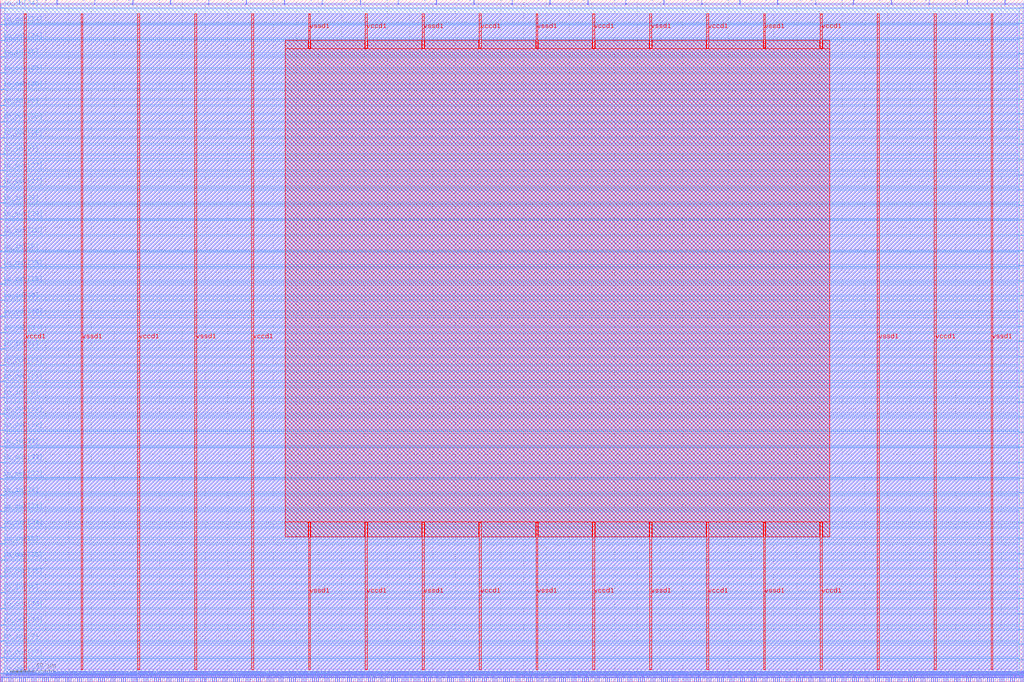
<source format=lef>
VERSION 5.7 ;
  NOWIREEXTENSIONATPIN ON ;
  DIVIDERCHAR "/" ;
  BUSBITCHARS "[]" ;
MACRO openram_demo
  CLASS BLOCK ;
  FOREIGN openram_demo ;
  ORIGIN 0.000 0.000 ;
  SIZE 900.000 BY 600.000 ;
  PIN io_in[0]
    DIRECTION INPUT ;
    USE SIGNAL ;
    PORT
      LAYER met3 ;
        RECT 896.000 6.160 900.000 6.760 ;
    END
  END io_in[0]
  PIN io_in[10]
    DIRECTION INPUT ;
    USE SIGNAL ;
    PORT
      LAYER met3 ;
        RECT 896.000 406.000 900.000 406.600 ;
    END
  END io_in[10]
  PIN io_in[11]
    DIRECTION INPUT ;
    USE SIGNAL ;
    PORT
      LAYER met3 ;
        RECT 896.000 445.440 900.000 446.040 ;
    END
  END io_in[11]
  PIN io_in[12]
    DIRECTION INPUT ;
    USE SIGNAL ;
    PORT
      LAYER met3 ;
        RECT 896.000 485.560 900.000 486.160 ;
    END
  END io_in[12]
  PIN io_in[13]
    DIRECTION INPUT ;
    USE SIGNAL ;
    PORT
      LAYER met3 ;
        RECT 896.000 525.680 900.000 526.280 ;
    END
  END io_in[13]
  PIN io_in[14]
    DIRECTION INPUT ;
    USE SIGNAL ;
    PORT
      LAYER met3 ;
        RECT 896.000 565.800 900.000 566.400 ;
    END
  END io_in[14]
  PIN io_in[15]
    DIRECTION INPUT ;
    USE SIGNAL ;
    PORT
      LAYER met2 ;
        RECT 883.290 596.000 883.570 600.000 ;
    END
  END io_in[15]
  PIN io_in[16]
    DIRECTION INPUT ;
    USE SIGNAL ;
    PORT
      LAYER met2 ;
        RECT 783.470 596.000 783.750 600.000 ;
    END
  END io_in[16]
  PIN io_in[17]
    DIRECTION INPUT ;
    USE SIGNAL ;
    PORT
      LAYER met2 ;
        RECT 683.190 596.000 683.470 600.000 ;
    END
  END io_in[17]
  PIN io_in[18]
    DIRECTION INPUT ;
    USE SIGNAL ;
    PORT
      LAYER met2 ;
        RECT 583.370 596.000 583.650 600.000 ;
    END
  END io_in[18]
  PIN io_in[19]
    DIRECTION INPUT ;
    USE SIGNAL ;
    PORT
      LAYER met2 ;
        RECT 483.090 596.000 483.370 600.000 ;
    END
  END io_in[19]
  PIN io_in[1]
    DIRECTION INPUT ;
    USE SIGNAL ;
    PORT
      LAYER met3 ;
        RECT 896.000 45.600 900.000 46.200 ;
    END
  END io_in[1]
  PIN io_in[20]
    DIRECTION INPUT ;
    USE SIGNAL ;
    PORT
      LAYER met2 ;
        RECT 383.270 596.000 383.550 600.000 ;
    END
  END io_in[20]
  PIN io_in[21]
    DIRECTION INPUT ;
    USE SIGNAL ;
    PORT
      LAYER met2 ;
        RECT 282.990 596.000 283.270 600.000 ;
    END
  END io_in[21]
  PIN io_in[22]
    DIRECTION INPUT ;
    USE SIGNAL ;
    PORT
      LAYER met2 ;
        RECT 183.170 596.000 183.450 600.000 ;
    END
  END io_in[22]
  PIN io_in[23]
    DIRECTION INPUT ;
    USE SIGNAL ;
    PORT
      LAYER met2 ;
        RECT 82.890 596.000 83.170 600.000 ;
    END
  END io_in[23]
  PIN io_in[24]
    DIRECTION INPUT ;
    USE SIGNAL ;
    PORT
      LAYER met3 ;
        RECT 0.000 592.320 4.000 592.920 ;
    END
  END io_in[24]
  PIN io_in[25]
    DIRECTION INPUT ;
    USE SIGNAL ;
    PORT
      LAYER met3 ;
        RECT 0.000 549.480 4.000 550.080 ;
    END
  END io_in[25]
  PIN io_in[26]
    DIRECTION INPUT ;
    USE SIGNAL ;
    PORT
      LAYER met3 ;
        RECT 0.000 506.640 4.000 507.240 ;
    END
  END io_in[26]
  PIN io_in[27]
    DIRECTION INPUT ;
    USE SIGNAL ;
    PORT
      LAYER met3 ;
        RECT 0.000 463.800 4.000 464.400 ;
    END
  END io_in[27]
  PIN io_in[28]
    DIRECTION INPUT ;
    USE SIGNAL ;
    PORT
      LAYER met3 ;
        RECT 0.000 420.960 4.000 421.560 ;
    END
  END io_in[28]
  PIN io_in[29]
    DIRECTION INPUT ;
    USE SIGNAL ;
    PORT
      LAYER met3 ;
        RECT 0.000 378.120 4.000 378.720 ;
    END
  END io_in[29]
  PIN io_in[2]
    DIRECTION INPUT ;
    USE SIGNAL ;
    PORT
      LAYER met3 ;
        RECT 896.000 85.720 900.000 86.320 ;
    END
  END io_in[2]
  PIN io_in[30]
    DIRECTION INPUT ;
    USE SIGNAL ;
    PORT
      LAYER met3 ;
        RECT 0.000 335.280 4.000 335.880 ;
    END
  END io_in[30]
  PIN io_in[31]
    DIRECTION INPUT ;
    USE SIGNAL ;
    PORT
      LAYER met3 ;
        RECT 0.000 292.440 4.000 293.040 ;
    END
  END io_in[31]
  PIN io_in[32]
    DIRECTION INPUT ;
    USE SIGNAL ;
    PORT
      LAYER met3 ;
        RECT 0.000 249.600 4.000 250.200 ;
    END
  END io_in[32]
  PIN io_in[33]
    DIRECTION INPUT ;
    USE SIGNAL ;
    PORT
      LAYER met3 ;
        RECT 0.000 206.760 4.000 207.360 ;
    END
  END io_in[33]
  PIN io_in[34]
    DIRECTION INPUT ;
    USE SIGNAL ;
    PORT
      LAYER met3 ;
        RECT 0.000 163.920 4.000 164.520 ;
    END
  END io_in[34]
  PIN io_in[35]
    DIRECTION INPUT ;
    USE SIGNAL ;
    PORT
      LAYER met3 ;
        RECT 0.000 121.080 4.000 121.680 ;
    END
  END io_in[35]
  PIN io_in[36]
    DIRECTION INPUT ;
    USE SIGNAL ;
    PORT
      LAYER met3 ;
        RECT 0.000 78.240 4.000 78.840 ;
    END
  END io_in[36]
  PIN io_in[37]
    DIRECTION INPUT ;
    USE SIGNAL ;
    PORT
      LAYER met3 ;
        RECT 0.000 35.400 4.000 36.000 ;
    END
  END io_in[37]
  PIN io_in[3]
    DIRECTION INPUT ;
    USE SIGNAL ;
    PORT
      LAYER met3 ;
        RECT 896.000 125.840 900.000 126.440 ;
    END
  END io_in[3]
  PIN io_in[4]
    DIRECTION INPUT ;
    USE SIGNAL ;
    PORT
      LAYER met3 ;
        RECT 896.000 165.960 900.000 166.560 ;
    END
  END io_in[4]
  PIN io_in[5]
    DIRECTION INPUT ;
    USE SIGNAL ;
    PORT
      LAYER met3 ;
        RECT 896.000 206.080 900.000 206.680 ;
    END
  END io_in[5]
  PIN io_in[6]
    DIRECTION INPUT ;
    USE SIGNAL ;
    PORT
      LAYER met3 ;
        RECT 896.000 245.520 900.000 246.120 ;
    END
  END io_in[6]
  PIN io_in[7]
    DIRECTION INPUT ;
    USE SIGNAL ;
    PORT
      LAYER met3 ;
        RECT 896.000 285.640 900.000 286.240 ;
    END
  END io_in[7]
  PIN io_in[8]
    DIRECTION INPUT ;
    USE SIGNAL ;
    PORT
      LAYER met3 ;
        RECT 896.000 325.760 900.000 326.360 ;
    END
  END io_in[8]
  PIN io_in[9]
    DIRECTION INPUT ;
    USE SIGNAL ;
    PORT
      LAYER met3 ;
        RECT 896.000 365.880 900.000 366.480 ;
    END
  END io_in[9]
  PIN io_oeb[0]
    DIRECTION OUTPUT TRISTATE ;
    USE SIGNAL ;
    PORT
      LAYER met3 ;
        RECT 896.000 32.680 900.000 33.280 ;
    END
  END io_oeb[0]
  PIN io_oeb[10]
    DIRECTION OUTPUT TRISTATE ;
    USE SIGNAL ;
    PORT
      LAYER met3 ;
        RECT 896.000 432.520 900.000 433.120 ;
    END
  END io_oeb[10]
  PIN io_oeb[11]
    DIRECTION OUTPUT TRISTATE ;
    USE SIGNAL ;
    PORT
      LAYER met3 ;
        RECT 896.000 472.640 900.000 473.240 ;
    END
  END io_oeb[11]
  PIN io_oeb[12]
    DIRECTION OUTPUT TRISTATE ;
    USE SIGNAL ;
    PORT
      LAYER met3 ;
        RECT 896.000 512.080 900.000 512.680 ;
    END
  END io_oeb[12]
  PIN io_oeb[13]
    DIRECTION OUTPUT TRISTATE ;
    USE SIGNAL ;
    PORT
      LAYER met3 ;
        RECT 896.000 552.200 900.000 552.800 ;
    END
  END io_oeb[13]
  PIN io_oeb[14]
    DIRECTION OUTPUT TRISTATE ;
    USE SIGNAL ;
    PORT
      LAYER met3 ;
        RECT 896.000 592.320 900.000 592.920 ;
    END
  END io_oeb[14]
  PIN io_oeb[15]
    DIRECTION OUTPUT TRISTATE ;
    USE SIGNAL ;
    PORT
      LAYER met2 ;
        RECT 816.590 596.000 816.870 600.000 ;
    END
  END io_oeb[15]
  PIN io_oeb[16]
    DIRECTION OUTPUT TRISTATE ;
    USE SIGNAL ;
    PORT
      LAYER met2 ;
        RECT 716.770 596.000 717.050 600.000 ;
    END
  END io_oeb[16]
  PIN io_oeb[17]
    DIRECTION OUTPUT TRISTATE ;
    USE SIGNAL ;
    PORT
      LAYER met2 ;
        RECT 616.490 596.000 616.770 600.000 ;
    END
  END io_oeb[17]
  PIN io_oeb[18]
    DIRECTION OUTPUT TRISTATE ;
    USE SIGNAL ;
    PORT
      LAYER met2 ;
        RECT 516.670 596.000 516.950 600.000 ;
    END
  END io_oeb[18]
  PIN io_oeb[19]
    DIRECTION OUTPUT TRISTATE ;
    USE SIGNAL ;
    PORT
      LAYER met2 ;
        RECT 416.390 596.000 416.670 600.000 ;
    END
  END io_oeb[19]
  PIN io_oeb[1]
    DIRECTION OUTPUT TRISTATE ;
    USE SIGNAL ;
    PORT
      LAYER met3 ;
        RECT 896.000 72.800 900.000 73.400 ;
    END
  END io_oeb[1]
  PIN io_oeb[20]
    DIRECTION OUTPUT TRISTATE ;
    USE SIGNAL ;
    PORT
      LAYER met2 ;
        RECT 316.570 596.000 316.850 600.000 ;
    END
  END io_oeb[20]
  PIN io_oeb[21]
    DIRECTION OUTPUT TRISTATE ;
    USE SIGNAL ;
    PORT
      LAYER met2 ;
        RECT 216.290 596.000 216.570 600.000 ;
    END
  END io_oeb[21]
  PIN io_oeb[22]
    DIRECTION OUTPUT TRISTATE ;
    USE SIGNAL ;
    PORT
      LAYER met2 ;
        RECT 116.470 596.000 116.750 600.000 ;
    END
  END io_oeb[22]
  PIN io_oeb[23]
    DIRECTION OUTPUT TRISTATE ;
    USE SIGNAL ;
    PORT
      LAYER met2 ;
        RECT 16.650 596.000 16.930 600.000 ;
    END
  END io_oeb[23]
  PIN io_oeb[24]
    DIRECTION OUTPUT TRISTATE ;
    USE SIGNAL ;
    PORT
      LAYER met3 ;
        RECT 0.000 563.760 4.000 564.360 ;
    END
  END io_oeb[24]
  PIN io_oeb[25]
    DIRECTION OUTPUT TRISTATE ;
    USE SIGNAL ;
    PORT
      LAYER met3 ;
        RECT 0.000 520.920 4.000 521.520 ;
    END
  END io_oeb[25]
  PIN io_oeb[26]
    DIRECTION OUTPUT TRISTATE ;
    USE SIGNAL ;
    PORT
      LAYER met3 ;
        RECT 0.000 478.080 4.000 478.680 ;
    END
  END io_oeb[26]
  PIN io_oeb[27]
    DIRECTION OUTPUT TRISTATE ;
    USE SIGNAL ;
    PORT
      LAYER met3 ;
        RECT 0.000 435.240 4.000 435.840 ;
    END
  END io_oeb[27]
  PIN io_oeb[28]
    DIRECTION OUTPUT TRISTATE ;
    USE SIGNAL ;
    PORT
      LAYER met3 ;
        RECT 0.000 392.400 4.000 393.000 ;
    END
  END io_oeb[28]
  PIN io_oeb[29]
    DIRECTION OUTPUT TRISTATE ;
    USE SIGNAL ;
    PORT
      LAYER met3 ;
        RECT 0.000 349.560 4.000 350.160 ;
    END
  END io_oeb[29]
  PIN io_oeb[2]
    DIRECTION OUTPUT TRISTATE ;
    USE SIGNAL ;
    PORT
      LAYER met3 ;
        RECT 896.000 112.240 900.000 112.840 ;
    END
  END io_oeb[2]
  PIN io_oeb[30]
    DIRECTION OUTPUT TRISTATE ;
    USE SIGNAL ;
    PORT
      LAYER met3 ;
        RECT 0.000 306.720 4.000 307.320 ;
    END
  END io_oeb[30]
  PIN io_oeb[31]
    DIRECTION OUTPUT TRISTATE ;
    USE SIGNAL ;
    PORT
      LAYER met3 ;
        RECT 0.000 263.880 4.000 264.480 ;
    END
  END io_oeb[31]
  PIN io_oeb[32]
    DIRECTION OUTPUT TRISTATE ;
    USE SIGNAL ;
    PORT
      LAYER met3 ;
        RECT 0.000 221.040 4.000 221.640 ;
    END
  END io_oeb[32]
  PIN io_oeb[33]
    DIRECTION OUTPUT TRISTATE ;
    USE SIGNAL ;
    PORT
      LAYER met3 ;
        RECT 0.000 178.200 4.000 178.800 ;
    END
  END io_oeb[33]
  PIN io_oeb[34]
    DIRECTION OUTPUT TRISTATE ;
    USE SIGNAL ;
    PORT
      LAYER met3 ;
        RECT 0.000 135.360 4.000 135.960 ;
    END
  END io_oeb[34]
  PIN io_oeb[35]
    DIRECTION OUTPUT TRISTATE ;
    USE SIGNAL ;
    PORT
      LAYER met3 ;
        RECT 0.000 92.520 4.000 93.120 ;
    END
  END io_oeb[35]
  PIN io_oeb[36]
    DIRECTION OUTPUT TRISTATE ;
    USE SIGNAL ;
    PORT
      LAYER met3 ;
        RECT 0.000 49.680 4.000 50.280 ;
    END
  END io_oeb[36]
  PIN io_oeb[37]
    DIRECTION OUTPUT TRISTATE ;
    USE SIGNAL ;
    PORT
      LAYER met3 ;
        RECT 0.000 6.840 4.000 7.440 ;
    END
  END io_oeb[37]
  PIN io_oeb[3]
    DIRECTION OUTPUT TRISTATE ;
    USE SIGNAL ;
    PORT
      LAYER met3 ;
        RECT 896.000 152.360 900.000 152.960 ;
    END
  END io_oeb[3]
  PIN io_oeb[4]
    DIRECTION OUTPUT TRISTATE ;
    USE SIGNAL ;
    PORT
      LAYER met3 ;
        RECT 896.000 192.480 900.000 193.080 ;
    END
  END io_oeb[4]
  PIN io_oeb[5]
    DIRECTION OUTPUT TRISTATE ;
    USE SIGNAL ;
    PORT
      LAYER met3 ;
        RECT 896.000 232.600 900.000 233.200 ;
    END
  END io_oeb[5]
  PIN io_oeb[6]
    DIRECTION OUTPUT TRISTATE ;
    USE SIGNAL ;
    PORT
      LAYER met3 ;
        RECT 896.000 272.720 900.000 273.320 ;
    END
  END io_oeb[6]
  PIN io_oeb[7]
    DIRECTION OUTPUT TRISTATE ;
    USE SIGNAL ;
    PORT
      LAYER met3 ;
        RECT 896.000 312.160 900.000 312.760 ;
    END
  END io_oeb[7]
  PIN io_oeb[8]
    DIRECTION OUTPUT TRISTATE ;
    USE SIGNAL ;
    PORT
      LAYER met3 ;
        RECT 896.000 352.280 900.000 352.880 ;
    END
  END io_oeb[8]
  PIN io_oeb[9]
    DIRECTION OUTPUT TRISTATE ;
    USE SIGNAL ;
    PORT
      LAYER met3 ;
        RECT 896.000 392.400 900.000 393.000 ;
    END
  END io_oeb[9]
  PIN io_out[0]
    DIRECTION OUTPUT TRISTATE ;
    USE SIGNAL ;
    PORT
      LAYER met3 ;
        RECT 896.000 19.080 900.000 19.680 ;
    END
  END io_out[0]
  PIN io_out[10]
    DIRECTION OUTPUT TRISTATE ;
    USE SIGNAL ;
    PORT
      LAYER met3 ;
        RECT 896.000 418.920 900.000 419.520 ;
    END
  END io_out[10]
  PIN io_out[11]
    DIRECTION OUTPUT TRISTATE ;
    USE SIGNAL ;
    PORT
      LAYER met3 ;
        RECT 896.000 459.040 900.000 459.640 ;
    END
  END io_out[11]
  PIN io_out[12]
    DIRECTION OUTPUT TRISTATE ;
    USE SIGNAL ;
    PORT
      LAYER met3 ;
        RECT 896.000 499.160 900.000 499.760 ;
    END
  END io_out[12]
  PIN io_out[13]
    DIRECTION OUTPUT TRISTATE ;
    USE SIGNAL ;
    PORT
      LAYER met3 ;
        RECT 896.000 539.280 900.000 539.880 ;
    END
  END io_out[13]
  PIN io_out[14]
    DIRECTION OUTPUT TRISTATE ;
    USE SIGNAL ;
    PORT
      LAYER met3 ;
        RECT 896.000 578.720 900.000 579.320 ;
    END
  END io_out[14]
  PIN io_out[15]
    DIRECTION OUTPUT TRISTATE ;
    USE SIGNAL ;
    PORT
      LAYER met2 ;
        RECT 850.170 596.000 850.450 600.000 ;
    END
  END io_out[15]
  PIN io_out[16]
    DIRECTION OUTPUT TRISTATE ;
    USE SIGNAL ;
    PORT
      LAYER met2 ;
        RECT 749.890 596.000 750.170 600.000 ;
    END
  END io_out[16]
  PIN io_out[17]
    DIRECTION OUTPUT TRISTATE ;
    USE SIGNAL ;
    PORT
      LAYER met2 ;
        RECT 650.070 596.000 650.350 600.000 ;
    END
  END io_out[17]
  PIN io_out[18]
    DIRECTION OUTPUT TRISTATE ;
    USE SIGNAL ;
    PORT
      LAYER met2 ;
        RECT 549.790 596.000 550.070 600.000 ;
    END
  END io_out[18]
  PIN io_out[19]
    DIRECTION OUTPUT TRISTATE ;
    USE SIGNAL ;
    PORT
      LAYER met2 ;
        RECT 449.970 596.000 450.250 600.000 ;
    END
  END io_out[19]
  PIN io_out[1]
    DIRECTION OUTPUT TRISTATE ;
    USE SIGNAL ;
    PORT
      LAYER met3 ;
        RECT 896.000 59.200 900.000 59.800 ;
    END
  END io_out[1]
  PIN io_out[20]
    DIRECTION OUTPUT TRISTATE ;
    USE SIGNAL ;
    PORT
      LAYER met2 ;
        RECT 349.690 596.000 349.970 600.000 ;
    END
  END io_out[20]
  PIN io_out[21]
    DIRECTION OUTPUT TRISTATE ;
    USE SIGNAL ;
    PORT
      LAYER met2 ;
        RECT 249.870 596.000 250.150 600.000 ;
    END
  END io_out[21]
  PIN io_out[22]
    DIRECTION OUTPUT TRISTATE ;
    USE SIGNAL ;
    PORT
      LAYER met2 ;
        RECT 149.590 596.000 149.870 600.000 ;
    END
  END io_out[22]
  PIN io_out[23]
    DIRECTION OUTPUT TRISTATE ;
    USE SIGNAL ;
    PORT
      LAYER met2 ;
        RECT 49.770 596.000 50.050 600.000 ;
    END
  END io_out[23]
  PIN io_out[24]
    DIRECTION OUTPUT TRISTATE ;
    USE SIGNAL ;
    PORT
      LAYER met3 ;
        RECT 0.000 578.040 4.000 578.640 ;
    END
  END io_out[24]
  PIN io_out[25]
    DIRECTION OUTPUT TRISTATE ;
    USE SIGNAL ;
    PORT
      LAYER met3 ;
        RECT 0.000 535.200 4.000 535.800 ;
    END
  END io_out[25]
  PIN io_out[26]
    DIRECTION OUTPUT TRISTATE ;
    USE SIGNAL ;
    PORT
      LAYER met3 ;
        RECT 0.000 492.360 4.000 492.960 ;
    END
  END io_out[26]
  PIN io_out[27]
    DIRECTION OUTPUT TRISTATE ;
    USE SIGNAL ;
    PORT
      LAYER met3 ;
        RECT 0.000 449.520 4.000 450.120 ;
    END
  END io_out[27]
  PIN io_out[28]
    DIRECTION OUTPUT TRISTATE ;
    USE SIGNAL ;
    PORT
      LAYER met3 ;
        RECT 0.000 406.680 4.000 407.280 ;
    END
  END io_out[28]
  PIN io_out[29]
    DIRECTION OUTPUT TRISTATE ;
    USE SIGNAL ;
    PORT
      LAYER met3 ;
        RECT 0.000 363.840 4.000 364.440 ;
    END
  END io_out[29]
  PIN io_out[2]
    DIRECTION OUTPUT TRISTATE ;
    USE SIGNAL ;
    PORT
      LAYER met3 ;
        RECT 896.000 99.320 900.000 99.920 ;
    END
  END io_out[2]
  PIN io_out[30]
    DIRECTION OUTPUT TRISTATE ;
    USE SIGNAL ;
    PORT
      LAYER met3 ;
        RECT 0.000 321.000 4.000 321.600 ;
    END
  END io_out[30]
  PIN io_out[31]
    DIRECTION OUTPUT TRISTATE ;
    USE SIGNAL ;
    PORT
      LAYER met3 ;
        RECT 0.000 278.160 4.000 278.760 ;
    END
  END io_out[31]
  PIN io_out[32]
    DIRECTION OUTPUT TRISTATE ;
    USE SIGNAL ;
    PORT
      LAYER met3 ;
        RECT 0.000 235.320 4.000 235.920 ;
    END
  END io_out[32]
  PIN io_out[33]
    DIRECTION OUTPUT TRISTATE ;
    USE SIGNAL ;
    PORT
      LAYER met3 ;
        RECT 0.000 192.480 4.000 193.080 ;
    END
  END io_out[33]
  PIN io_out[34]
    DIRECTION OUTPUT TRISTATE ;
    USE SIGNAL ;
    PORT
      LAYER met3 ;
        RECT 0.000 149.640 4.000 150.240 ;
    END
  END io_out[34]
  PIN io_out[35]
    DIRECTION OUTPUT TRISTATE ;
    USE SIGNAL ;
    PORT
      LAYER met3 ;
        RECT 0.000 106.800 4.000 107.400 ;
    END
  END io_out[35]
  PIN io_out[36]
    DIRECTION OUTPUT TRISTATE ;
    USE SIGNAL ;
    PORT
      LAYER met3 ;
        RECT 0.000 63.960 4.000 64.560 ;
    END
  END io_out[36]
  PIN io_out[37]
    DIRECTION OUTPUT TRISTATE ;
    USE SIGNAL ;
    PORT
      LAYER met3 ;
        RECT 0.000 21.120 4.000 21.720 ;
    END
  END io_out[37]
  PIN io_out[3]
    DIRECTION OUTPUT TRISTATE ;
    USE SIGNAL ;
    PORT
      LAYER met3 ;
        RECT 896.000 139.440 900.000 140.040 ;
    END
  END io_out[3]
  PIN io_out[4]
    DIRECTION OUTPUT TRISTATE ;
    USE SIGNAL ;
    PORT
      LAYER met3 ;
        RECT 896.000 178.880 900.000 179.480 ;
    END
  END io_out[4]
  PIN io_out[5]
    DIRECTION OUTPUT TRISTATE ;
    USE SIGNAL ;
    PORT
      LAYER met3 ;
        RECT 896.000 219.000 900.000 219.600 ;
    END
  END io_out[5]
  PIN io_out[6]
    DIRECTION OUTPUT TRISTATE ;
    USE SIGNAL ;
    PORT
      LAYER met3 ;
        RECT 896.000 259.120 900.000 259.720 ;
    END
  END io_out[6]
  PIN io_out[7]
    DIRECTION OUTPUT TRISTATE ;
    USE SIGNAL ;
    PORT
      LAYER met3 ;
        RECT 896.000 299.240 900.000 299.840 ;
    END
  END io_out[7]
  PIN io_out[8]
    DIRECTION OUTPUT TRISTATE ;
    USE SIGNAL ;
    PORT
      LAYER met3 ;
        RECT 896.000 339.360 900.000 339.960 ;
    END
  END io_out[8]
  PIN io_out[9]
    DIRECTION OUTPUT TRISTATE ;
    USE SIGNAL ;
    PORT
      LAYER met3 ;
        RECT 896.000 378.800 900.000 379.400 ;
    END
  END io_out[9]
  PIN irq[0]
    DIRECTION OUTPUT TRISTATE ;
    USE SIGNAL ;
    PORT
      LAYER met2 ;
        RECT 895.250 0.000 895.530 4.000 ;
    END
  END irq[0]
  PIN irq[1]
    DIRECTION OUTPUT TRISTATE ;
    USE SIGNAL ;
    PORT
      LAYER met2 ;
        RECT 897.090 0.000 897.370 4.000 ;
    END
  END irq[1]
  PIN irq[2]
    DIRECTION OUTPUT TRISTATE ;
    USE SIGNAL ;
    PORT
      LAYER met2 ;
        RECT 898.930 0.000 899.210 4.000 ;
    END
  END irq[2]
  PIN la_data_in[0]
    DIRECTION INPUT ;
    USE SIGNAL ;
    PORT
      LAYER met2 ;
        RECT 193.750 0.000 194.030 4.000 ;
    END
  END la_data_in[0]
  PIN la_data_in[100]
    DIRECTION INPUT ;
    USE SIGNAL ;
    PORT
      LAYER met2 ;
        RECT 741.610 0.000 741.890 4.000 ;
    END
  END la_data_in[100]
  PIN la_data_in[101]
    DIRECTION INPUT ;
    USE SIGNAL ;
    PORT
      LAYER met2 ;
        RECT 747.130 0.000 747.410 4.000 ;
    END
  END la_data_in[101]
  PIN la_data_in[102]
    DIRECTION INPUT ;
    USE SIGNAL ;
    PORT
      LAYER met2 ;
        RECT 752.650 0.000 752.930 4.000 ;
    END
  END la_data_in[102]
  PIN la_data_in[103]
    DIRECTION INPUT ;
    USE SIGNAL ;
    PORT
      LAYER met2 ;
        RECT 758.170 0.000 758.450 4.000 ;
    END
  END la_data_in[103]
  PIN la_data_in[104]
    DIRECTION INPUT ;
    USE SIGNAL ;
    PORT
      LAYER met2 ;
        RECT 763.690 0.000 763.970 4.000 ;
    END
  END la_data_in[104]
  PIN la_data_in[105]
    DIRECTION INPUT ;
    USE SIGNAL ;
    PORT
      LAYER met2 ;
        RECT 769.210 0.000 769.490 4.000 ;
    END
  END la_data_in[105]
  PIN la_data_in[106]
    DIRECTION INPUT ;
    USE SIGNAL ;
    PORT
      LAYER met2 ;
        RECT 774.730 0.000 775.010 4.000 ;
    END
  END la_data_in[106]
  PIN la_data_in[107]
    DIRECTION INPUT ;
    USE SIGNAL ;
    PORT
      LAYER met2 ;
        RECT 780.250 0.000 780.530 4.000 ;
    END
  END la_data_in[107]
  PIN la_data_in[108]
    DIRECTION INPUT ;
    USE SIGNAL ;
    PORT
      LAYER met2 ;
        RECT 785.310 0.000 785.590 4.000 ;
    END
  END la_data_in[108]
  PIN la_data_in[109]
    DIRECTION INPUT ;
    USE SIGNAL ;
    PORT
      LAYER met2 ;
        RECT 790.830 0.000 791.110 4.000 ;
    END
  END la_data_in[109]
  PIN la_data_in[10]
    DIRECTION INPUT ;
    USE SIGNAL ;
    PORT
      LAYER met2 ;
        RECT 248.490 0.000 248.770 4.000 ;
    END
  END la_data_in[10]
  PIN la_data_in[110]
    DIRECTION INPUT ;
    USE SIGNAL ;
    PORT
      LAYER met2 ;
        RECT 796.350 0.000 796.630 4.000 ;
    END
  END la_data_in[110]
  PIN la_data_in[111]
    DIRECTION INPUT ;
    USE SIGNAL ;
    PORT
      LAYER met2 ;
        RECT 801.870 0.000 802.150 4.000 ;
    END
  END la_data_in[111]
  PIN la_data_in[112]
    DIRECTION INPUT ;
    USE SIGNAL ;
    PORT
      LAYER met2 ;
        RECT 807.390 0.000 807.670 4.000 ;
    END
  END la_data_in[112]
  PIN la_data_in[113]
    DIRECTION INPUT ;
    USE SIGNAL ;
    PORT
      LAYER met2 ;
        RECT 812.910 0.000 813.190 4.000 ;
    END
  END la_data_in[113]
  PIN la_data_in[114]
    DIRECTION INPUT ;
    USE SIGNAL ;
    PORT
      LAYER met2 ;
        RECT 818.430 0.000 818.710 4.000 ;
    END
  END la_data_in[114]
  PIN la_data_in[115]
    DIRECTION INPUT ;
    USE SIGNAL ;
    PORT
      LAYER met2 ;
        RECT 823.950 0.000 824.230 4.000 ;
    END
  END la_data_in[115]
  PIN la_data_in[116]
    DIRECTION INPUT ;
    USE SIGNAL ;
    PORT
      LAYER met2 ;
        RECT 829.470 0.000 829.750 4.000 ;
    END
  END la_data_in[116]
  PIN la_data_in[117]
    DIRECTION INPUT ;
    USE SIGNAL ;
    PORT
      LAYER met2 ;
        RECT 834.990 0.000 835.270 4.000 ;
    END
  END la_data_in[117]
  PIN la_data_in[118]
    DIRECTION INPUT ;
    USE SIGNAL ;
    PORT
      LAYER met2 ;
        RECT 840.510 0.000 840.790 4.000 ;
    END
  END la_data_in[118]
  PIN la_data_in[119]
    DIRECTION INPUT ;
    USE SIGNAL ;
    PORT
      LAYER met2 ;
        RECT 845.570 0.000 845.850 4.000 ;
    END
  END la_data_in[119]
  PIN la_data_in[11]
    DIRECTION INPUT ;
    USE SIGNAL ;
    PORT
      LAYER met2 ;
        RECT 254.010 0.000 254.290 4.000 ;
    END
  END la_data_in[11]
  PIN la_data_in[120]
    DIRECTION INPUT ;
    USE SIGNAL ;
    PORT
      LAYER met2 ;
        RECT 851.090 0.000 851.370 4.000 ;
    END
  END la_data_in[120]
  PIN la_data_in[121]
    DIRECTION INPUT ;
    USE SIGNAL ;
    PORT
      LAYER met2 ;
        RECT 856.610 0.000 856.890 4.000 ;
    END
  END la_data_in[121]
  PIN la_data_in[122]
    DIRECTION INPUT ;
    USE SIGNAL ;
    PORT
      LAYER met2 ;
        RECT 862.130 0.000 862.410 4.000 ;
    END
  END la_data_in[122]
  PIN la_data_in[123]
    DIRECTION INPUT ;
    USE SIGNAL ;
    PORT
      LAYER met2 ;
        RECT 867.650 0.000 867.930 4.000 ;
    END
  END la_data_in[123]
  PIN la_data_in[124]
    DIRECTION INPUT ;
    USE SIGNAL ;
    PORT
      LAYER met2 ;
        RECT 873.170 0.000 873.450 4.000 ;
    END
  END la_data_in[124]
  PIN la_data_in[125]
    DIRECTION INPUT ;
    USE SIGNAL ;
    PORT
      LAYER met2 ;
        RECT 878.690 0.000 878.970 4.000 ;
    END
  END la_data_in[125]
  PIN la_data_in[126]
    DIRECTION INPUT ;
    USE SIGNAL ;
    PORT
      LAYER met2 ;
        RECT 884.210 0.000 884.490 4.000 ;
    END
  END la_data_in[126]
  PIN la_data_in[127]
    DIRECTION INPUT ;
    USE SIGNAL ;
    PORT
      LAYER met2 ;
        RECT 889.730 0.000 890.010 4.000 ;
    END
  END la_data_in[127]
  PIN la_data_in[12]
    DIRECTION INPUT ;
    USE SIGNAL ;
    PORT
      LAYER met2 ;
        RECT 259.530 0.000 259.810 4.000 ;
    END
  END la_data_in[12]
  PIN la_data_in[13]
    DIRECTION INPUT ;
    USE SIGNAL ;
    PORT
      LAYER met2 ;
        RECT 265.050 0.000 265.330 4.000 ;
    END
  END la_data_in[13]
  PIN la_data_in[14]
    DIRECTION INPUT ;
    USE SIGNAL ;
    PORT
      LAYER met2 ;
        RECT 270.570 0.000 270.850 4.000 ;
    END
  END la_data_in[14]
  PIN la_data_in[15]
    DIRECTION INPUT ;
    USE SIGNAL ;
    PORT
      LAYER met2 ;
        RECT 276.090 0.000 276.370 4.000 ;
    END
  END la_data_in[15]
  PIN la_data_in[16]
    DIRECTION INPUT ;
    USE SIGNAL ;
    PORT
      LAYER met2 ;
        RECT 281.610 0.000 281.890 4.000 ;
    END
  END la_data_in[16]
  PIN la_data_in[17]
    DIRECTION INPUT ;
    USE SIGNAL ;
    PORT
      LAYER met2 ;
        RECT 287.130 0.000 287.410 4.000 ;
    END
  END la_data_in[17]
  PIN la_data_in[18]
    DIRECTION INPUT ;
    USE SIGNAL ;
    PORT
      LAYER met2 ;
        RECT 292.650 0.000 292.930 4.000 ;
    END
  END la_data_in[18]
  PIN la_data_in[19]
    DIRECTION INPUT ;
    USE SIGNAL ;
    PORT
      LAYER met2 ;
        RECT 298.170 0.000 298.450 4.000 ;
    END
  END la_data_in[19]
  PIN la_data_in[1]
    DIRECTION INPUT ;
    USE SIGNAL ;
    PORT
      LAYER met2 ;
        RECT 199.270 0.000 199.550 4.000 ;
    END
  END la_data_in[1]
  PIN la_data_in[20]
    DIRECTION INPUT ;
    USE SIGNAL ;
    PORT
      LAYER met2 ;
        RECT 303.230 0.000 303.510 4.000 ;
    END
  END la_data_in[20]
  PIN la_data_in[21]
    DIRECTION INPUT ;
    USE SIGNAL ;
    PORT
      LAYER met2 ;
        RECT 308.750 0.000 309.030 4.000 ;
    END
  END la_data_in[21]
  PIN la_data_in[22]
    DIRECTION INPUT ;
    USE SIGNAL ;
    PORT
      LAYER met2 ;
        RECT 314.270 0.000 314.550 4.000 ;
    END
  END la_data_in[22]
  PIN la_data_in[23]
    DIRECTION INPUT ;
    USE SIGNAL ;
    PORT
      LAYER met2 ;
        RECT 319.790 0.000 320.070 4.000 ;
    END
  END la_data_in[23]
  PIN la_data_in[24]
    DIRECTION INPUT ;
    USE SIGNAL ;
    PORT
      LAYER met2 ;
        RECT 325.310 0.000 325.590 4.000 ;
    END
  END la_data_in[24]
  PIN la_data_in[25]
    DIRECTION INPUT ;
    USE SIGNAL ;
    PORT
      LAYER met2 ;
        RECT 330.830 0.000 331.110 4.000 ;
    END
  END la_data_in[25]
  PIN la_data_in[26]
    DIRECTION INPUT ;
    USE SIGNAL ;
    PORT
      LAYER met2 ;
        RECT 336.350 0.000 336.630 4.000 ;
    END
  END la_data_in[26]
  PIN la_data_in[27]
    DIRECTION INPUT ;
    USE SIGNAL ;
    PORT
      LAYER met2 ;
        RECT 341.870 0.000 342.150 4.000 ;
    END
  END la_data_in[27]
  PIN la_data_in[28]
    DIRECTION INPUT ;
    USE SIGNAL ;
    PORT
      LAYER met2 ;
        RECT 347.390 0.000 347.670 4.000 ;
    END
  END la_data_in[28]
  PIN la_data_in[29]
    DIRECTION INPUT ;
    USE SIGNAL ;
    PORT
      LAYER met2 ;
        RECT 352.910 0.000 353.190 4.000 ;
    END
  END la_data_in[29]
  PIN la_data_in[2]
    DIRECTION INPUT ;
    USE SIGNAL ;
    PORT
      LAYER met2 ;
        RECT 204.790 0.000 205.070 4.000 ;
    END
  END la_data_in[2]
  PIN la_data_in[30]
    DIRECTION INPUT ;
    USE SIGNAL ;
    PORT
      LAYER met2 ;
        RECT 358.430 0.000 358.710 4.000 ;
    END
  END la_data_in[30]
  PIN la_data_in[31]
    DIRECTION INPUT ;
    USE SIGNAL ;
    PORT
      LAYER met2 ;
        RECT 363.490 0.000 363.770 4.000 ;
    END
  END la_data_in[31]
  PIN la_data_in[32]
    DIRECTION INPUT ;
    USE SIGNAL ;
    PORT
      LAYER met2 ;
        RECT 369.010 0.000 369.290 4.000 ;
    END
  END la_data_in[32]
  PIN la_data_in[33]
    DIRECTION INPUT ;
    USE SIGNAL ;
    PORT
      LAYER met2 ;
        RECT 374.530 0.000 374.810 4.000 ;
    END
  END la_data_in[33]
  PIN la_data_in[34]
    DIRECTION INPUT ;
    USE SIGNAL ;
    PORT
      LAYER met2 ;
        RECT 380.050 0.000 380.330 4.000 ;
    END
  END la_data_in[34]
  PIN la_data_in[35]
    DIRECTION INPUT ;
    USE SIGNAL ;
    PORT
      LAYER met2 ;
        RECT 385.570 0.000 385.850 4.000 ;
    END
  END la_data_in[35]
  PIN la_data_in[36]
    DIRECTION INPUT ;
    USE SIGNAL ;
    PORT
      LAYER met2 ;
        RECT 391.090 0.000 391.370 4.000 ;
    END
  END la_data_in[36]
  PIN la_data_in[37]
    DIRECTION INPUT ;
    USE SIGNAL ;
    PORT
      LAYER met2 ;
        RECT 396.610 0.000 396.890 4.000 ;
    END
  END la_data_in[37]
  PIN la_data_in[38]
    DIRECTION INPUT ;
    USE SIGNAL ;
    PORT
      LAYER met2 ;
        RECT 402.130 0.000 402.410 4.000 ;
    END
  END la_data_in[38]
  PIN la_data_in[39]
    DIRECTION INPUT ;
    USE SIGNAL ;
    PORT
      LAYER met2 ;
        RECT 407.650 0.000 407.930 4.000 ;
    END
  END la_data_in[39]
  PIN la_data_in[3]
    DIRECTION INPUT ;
    USE SIGNAL ;
    PORT
      LAYER met2 ;
        RECT 210.310 0.000 210.590 4.000 ;
    END
  END la_data_in[3]
  PIN la_data_in[40]
    DIRECTION INPUT ;
    USE SIGNAL ;
    PORT
      LAYER met2 ;
        RECT 413.170 0.000 413.450 4.000 ;
    END
  END la_data_in[40]
  PIN la_data_in[41]
    DIRECTION INPUT ;
    USE SIGNAL ;
    PORT
      LAYER met2 ;
        RECT 418.690 0.000 418.970 4.000 ;
    END
  END la_data_in[41]
  PIN la_data_in[42]
    DIRECTION INPUT ;
    USE SIGNAL ;
    PORT
      LAYER met2 ;
        RECT 423.750 0.000 424.030 4.000 ;
    END
  END la_data_in[42]
  PIN la_data_in[43]
    DIRECTION INPUT ;
    USE SIGNAL ;
    PORT
      LAYER met2 ;
        RECT 429.270 0.000 429.550 4.000 ;
    END
  END la_data_in[43]
  PIN la_data_in[44]
    DIRECTION INPUT ;
    USE SIGNAL ;
    PORT
      LAYER met2 ;
        RECT 434.790 0.000 435.070 4.000 ;
    END
  END la_data_in[44]
  PIN la_data_in[45]
    DIRECTION INPUT ;
    USE SIGNAL ;
    PORT
      LAYER met2 ;
        RECT 440.310 0.000 440.590 4.000 ;
    END
  END la_data_in[45]
  PIN la_data_in[46]
    DIRECTION INPUT ;
    USE SIGNAL ;
    PORT
      LAYER met2 ;
        RECT 445.830 0.000 446.110 4.000 ;
    END
  END la_data_in[46]
  PIN la_data_in[47]
    DIRECTION INPUT ;
    USE SIGNAL ;
    PORT
      LAYER met2 ;
        RECT 451.350 0.000 451.630 4.000 ;
    END
  END la_data_in[47]
  PIN la_data_in[48]
    DIRECTION INPUT ;
    USE SIGNAL ;
    PORT
      LAYER met2 ;
        RECT 456.870 0.000 457.150 4.000 ;
    END
  END la_data_in[48]
  PIN la_data_in[49]
    DIRECTION INPUT ;
    USE SIGNAL ;
    PORT
      LAYER met2 ;
        RECT 462.390 0.000 462.670 4.000 ;
    END
  END la_data_in[49]
  PIN la_data_in[4]
    DIRECTION INPUT ;
    USE SIGNAL ;
    PORT
      LAYER met2 ;
        RECT 215.830 0.000 216.110 4.000 ;
    END
  END la_data_in[4]
  PIN la_data_in[50]
    DIRECTION INPUT ;
    USE SIGNAL ;
    PORT
      LAYER met2 ;
        RECT 467.910 0.000 468.190 4.000 ;
    END
  END la_data_in[50]
  PIN la_data_in[51]
    DIRECTION INPUT ;
    USE SIGNAL ;
    PORT
      LAYER met2 ;
        RECT 473.430 0.000 473.710 4.000 ;
    END
  END la_data_in[51]
  PIN la_data_in[52]
    DIRECTION INPUT ;
    USE SIGNAL ;
    PORT
      LAYER met2 ;
        RECT 478.950 0.000 479.230 4.000 ;
    END
  END la_data_in[52]
  PIN la_data_in[53]
    DIRECTION INPUT ;
    USE SIGNAL ;
    PORT
      LAYER met2 ;
        RECT 484.010 0.000 484.290 4.000 ;
    END
  END la_data_in[53]
  PIN la_data_in[54]
    DIRECTION INPUT ;
    USE SIGNAL ;
    PORT
      LAYER met2 ;
        RECT 489.530 0.000 489.810 4.000 ;
    END
  END la_data_in[54]
  PIN la_data_in[55]
    DIRECTION INPUT ;
    USE SIGNAL ;
    PORT
      LAYER met2 ;
        RECT 495.050 0.000 495.330 4.000 ;
    END
  END la_data_in[55]
  PIN la_data_in[56]
    DIRECTION INPUT ;
    USE SIGNAL ;
    PORT
      LAYER met2 ;
        RECT 500.570 0.000 500.850 4.000 ;
    END
  END la_data_in[56]
  PIN la_data_in[57]
    DIRECTION INPUT ;
    USE SIGNAL ;
    PORT
      LAYER met2 ;
        RECT 506.090 0.000 506.370 4.000 ;
    END
  END la_data_in[57]
  PIN la_data_in[58]
    DIRECTION INPUT ;
    USE SIGNAL ;
    PORT
      LAYER met2 ;
        RECT 511.610 0.000 511.890 4.000 ;
    END
  END la_data_in[58]
  PIN la_data_in[59]
    DIRECTION INPUT ;
    USE SIGNAL ;
    PORT
      LAYER met2 ;
        RECT 517.130 0.000 517.410 4.000 ;
    END
  END la_data_in[59]
  PIN la_data_in[5]
    DIRECTION INPUT ;
    USE SIGNAL ;
    PORT
      LAYER met2 ;
        RECT 221.350 0.000 221.630 4.000 ;
    END
  END la_data_in[5]
  PIN la_data_in[60]
    DIRECTION INPUT ;
    USE SIGNAL ;
    PORT
      LAYER met2 ;
        RECT 522.650 0.000 522.930 4.000 ;
    END
  END la_data_in[60]
  PIN la_data_in[61]
    DIRECTION INPUT ;
    USE SIGNAL ;
    PORT
      LAYER met2 ;
        RECT 528.170 0.000 528.450 4.000 ;
    END
  END la_data_in[61]
  PIN la_data_in[62]
    DIRECTION INPUT ;
    USE SIGNAL ;
    PORT
      LAYER met2 ;
        RECT 533.690 0.000 533.970 4.000 ;
    END
  END la_data_in[62]
  PIN la_data_in[63]
    DIRECTION INPUT ;
    USE SIGNAL ;
    PORT
      LAYER met2 ;
        RECT 539.210 0.000 539.490 4.000 ;
    END
  END la_data_in[63]
  PIN la_data_in[64]
    DIRECTION INPUT ;
    USE SIGNAL ;
    PORT
      LAYER met2 ;
        RECT 544.270 0.000 544.550 4.000 ;
    END
  END la_data_in[64]
  PIN la_data_in[65]
    DIRECTION INPUT ;
    USE SIGNAL ;
    PORT
      LAYER met2 ;
        RECT 549.790 0.000 550.070 4.000 ;
    END
  END la_data_in[65]
  PIN la_data_in[66]
    DIRECTION INPUT ;
    USE SIGNAL ;
    PORT
      LAYER met2 ;
        RECT 555.310 0.000 555.590 4.000 ;
    END
  END la_data_in[66]
  PIN la_data_in[67]
    DIRECTION INPUT ;
    USE SIGNAL ;
    PORT
      LAYER met2 ;
        RECT 560.830 0.000 561.110 4.000 ;
    END
  END la_data_in[67]
  PIN la_data_in[68]
    DIRECTION INPUT ;
    USE SIGNAL ;
    PORT
      LAYER met2 ;
        RECT 566.350 0.000 566.630 4.000 ;
    END
  END la_data_in[68]
  PIN la_data_in[69]
    DIRECTION INPUT ;
    USE SIGNAL ;
    PORT
      LAYER met2 ;
        RECT 571.870 0.000 572.150 4.000 ;
    END
  END la_data_in[69]
  PIN la_data_in[6]
    DIRECTION INPUT ;
    USE SIGNAL ;
    PORT
      LAYER met2 ;
        RECT 226.870 0.000 227.150 4.000 ;
    END
  END la_data_in[6]
  PIN la_data_in[70]
    DIRECTION INPUT ;
    USE SIGNAL ;
    PORT
      LAYER met2 ;
        RECT 577.390 0.000 577.670 4.000 ;
    END
  END la_data_in[70]
  PIN la_data_in[71]
    DIRECTION INPUT ;
    USE SIGNAL ;
    PORT
      LAYER met2 ;
        RECT 582.910 0.000 583.190 4.000 ;
    END
  END la_data_in[71]
  PIN la_data_in[72]
    DIRECTION INPUT ;
    USE SIGNAL ;
    PORT
      LAYER met2 ;
        RECT 588.430 0.000 588.710 4.000 ;
    END
  END la_data_in[72]
  PIN la_data_in[73]
    DIRECTION INPUT ;
    USE SIGNAL ;
    PORT
      LAYER met2 ;
        RECT 593.950 0.000 594.230 4.000 ;
    END
  END la_data_in[73]
  PIN la_data_in[74]
    DIRECTION INPUT ;
    USE SIGNAL ;
    PORT
      LAYER met2 ;
        RECT 599.470 0.000 599.750 4.000 ;
    END
  END la_data_in[74]
  PIN la_data_in[75]
    DIRECTION INPUT ;
    USE SIGNAL ;
    PORT
      LAYER met2 ;
        RECT 604.530 0.000 604.810 4.000 ;
    END
  END la_data_in[75]
  PIN la_data_in[76]
    DIRECTION INPUT ;
    USE SIGNAL ;
    PORT
      LAYER met2 ;
        RECT 610.050 0.000 610.330 4.000 ;
    END
  END la_data_in[76]
  PIN la_data_in[77]
    DIRECTION INPUT ;
    USE SIGNAL ;
    PORT
      LAYER met2 ;
        RECT 615.570 0.000 615.850 4.000 ;
    END
  END la_data_in[77]
  PIN la_data_in[78]
    DIRECTION INPUT ;
    USE SIGNAL ;
    PORT
      LAYER met2 ;
        RECT 621.090 0.000 621.370 4.000 ;
    END
  END la_data_in[78]
  PIN la_data_in[79]
    DIRECTION INPUT ;
    USE SIGNAL ;
    PORT
      LAYER met2 ;
        RECT 626.610 0.000 626.890 4.000 ;
    END
  END la_data_in[79]
  PIN la_data_in[7]
    DIRECTION INPUT ;
    USE SIGNAL ;
    PORT
      LAYER met2 ;
        RECT 232.390 0.000 232.670 4.000 ;
    END
  END la_data_in[7]
  PIN la_data_in[80]
    DIRECTION INPUT ;
    USE SIGNAL ;
    PORT
      LAYER met2 ;
        RECT 632.130 0.000 632.410 4.000 ;
    END
  END la_data_in[80]
  PIN la_data_in[81]
    DIRECTION INPUT ;
    USE SIGNAL ;
    PORT
      LAYER met2 ;
        RECT 637.650 0.000 637.930 4.000 ;
    END
  END la_data_in[81]
  PIN la_data_in[82]
    DIRECTION INPUT ;
    USE SIGNAL ;
    PORT
      LAYER met2 ;
        RECT 643.170 0.000 643.450 4.000 ;
    END
  END la_data_in[82]
  PIN la_data_in[83]
    DIRECTION INPUT ;
    USE SIGNAL ;
    PORT
      LAYER met2 ;
        RECT 648.690 0.000 648.970 4.000 ;
    END
  END la_data_in[83]
  PIN la_data_in[84]
    DIRECTION INPUT ;
    USE SIGNAL ;
    PORT
      LAYER met2 ;
        RECT 654.210 0.000 654.490 4.000 ;
    END
  END la_data_in[84]
  PIN la_data_in[85]
    DIRECTION INPUT ;
    USE SIGNAL ;
    PORT
      LAYER met2 ;
        RECT 659.730 0.000 660.010 4.000 ;
    END
  END la_data_in[85]
  PIN la_data_in[86]
    DIRECTION INPUT ;
    USE SIGNAL ;
    PORT
      LAYER met2 ;
        RECT 664.790 0.000 665.070 4.000 ;
    END
  END la_data_in[86]
  PIN la_data_in[87]
    DIRECTION INPUT ;
    USE SIGNAL ;
    PORT
      LAYER met2 ;
        RECT 670.310 0.000 670.590 4.000 ;
    END
  END la_data_in[87]
  PIN la_data_in[88]
    DIRECTION INPUT ;
    USE SIGNAL ;
    PORT
      LAYER met2 ;
        RECT 675.830 0.000 676.110 4.000 ;
    END
  END la_data_in[88]
  PIN la_data_in[89]
    DIRECTION INPUT ;
    USE SIGNAL ;
    PORT
      LAYER met2 ;
        RECT 681.350 0.000 681.630 4.000 ;
    END
  END la_data_in[89]
  PIN la_data_in[8]
    DIRECTION INPUT ;
    USE SIGNAL ;
    PORT
      LAYER met2 ;
        RECT 237.910 0.000 238.190 4.000 ;
    END
  END la_data_in[8]
  PIN la_data_in[90]
    DIRECTION INPUT ;
    USE SIGNAL ;
    PORT
      LAYER met2 ;
        RECT 686.870 0.000 687.150 4.000 ;
    END
  END la_data_in[90]
  PIN la_data_in[91]
    DIRECTION INPUT ;
    USE SIGNAL ;
    PORT
      LAYER met2 ;
        RECT 692.390 0.000 692.670 4.000 ;
    END
  END la_data_in[91]
  PIN la_data_in[92]
    DIRECTION INPUT ;
    USE SIGNAL ;
    PORT
      LAYER met2 ;
        RECT 697.910 0.000 698.190 4.000 ;
    END
  END la_data_in[92]
  PIN la_data_in[93]
    DIRECTION INPUT ;
    USE SIGNAL ;
    PORT
      LAYER met2 ;
        RECT 703.430 0.000 703.710 4.000 ;
    END
  END la_data_in[93]
  PIN la_data_in[94]
    DIRECTION INPUT ;
    USE SIGNAL ;
    PORT
      LAYER met2 ;
        RECT 708.950 0.000 709.230 4.000 ;
    END
  END la_data_in[94]
  PIN la_data_in[95]
    DIRECTION INPUT ;
    USE SIGNAL ;
    PORT
      LAYER met2 ;
        RECT 714.470 0.000 714.750 4.000 ;
    END
  END la_data_in[95]
  PIN la_data_in[96]
    DIRECTION INPUT ;
    USE SIGNAL ;
    PORT
      LAYER met2 ;
        RECT 719.990 0.000 720.270 4.000 ;
    END
  END la_data_in[96]
  PIN la_data_in[97]
    DIRECTION INPUT ;
    USE SIGNAL ;
    PORT
      LAYER met2 ;
        RECT 725.050 0.000 725.330 4.000 ;
    END
  END la_data_in[97]
  PIN la_data_in[98]
    DIRECTION INPUT ;
    USE SIGNAL ;
    PORT
      LAYER met2 ;
        RECT 730.570 0.000 730.850 4.000 ;
    END
  END la_data_in[98]
  PIN la_data_in[99]
    DIRECTION INPUT ;
    USE SIGNAL ;
    PORT
      LAYER met2 ;
        RECT 736.090 0.000 736.370 4.000 ;
    END
  END la_data_in[99]
  PIN la_data_in[9]
    DIRECTION INPUT ;
    USE SIGNAL ;
    PORT
      LAYER met2 ;
        RECT 242.970 0.000 243.250 4.000 ;
    END
  END la_data_in[9]
  PIN la_data_out[0]
    DIRECTION OUTPUT TRISTATE ;
    USE SIGNAL ;
    PORT
      LAYER met2 ;
        RECT 195.590 0.000 195.870 4.000 ;
    END
  END la_data_out[0]
  PIN la_data_out[100]
    DIRECTION OUTPUT TRISTATE ;
    USE SIGNAL ;
    PORT
      LAYER met2 ;
        RECT 743.450 0.000 743.730 4.000 ;
    END
  END la_data_out[100]
  PIN la_data_out[101]
    DIRECTION OUTPUT TRISTATE ;
    USE SIGNAL ;
    PORT
      LAYER met2 ;
        RECT 748.970 0.000 749.250 4.000 ;
    END
  END la_data_out[101]
  PIN la_data_out[102]
    DIRECTION OUTPUT TRISTATE ;
    USE SIGNAL ;
    PORT
      LAYER met2 ;
        RECT 754.490 0.000 754.770 4.000 ;
    END
  END la_data_out[102]
  PIN la_data_out[103]
    DIRECTION OUTPUT TRISTATE ;
    USE SIGNAL ;
    PORT
      LAYER met2 ;
        RECT 760.010 0.000 760.290 4.000 ;
    END
  END la_data_out[103]
  PIN la_data_out[104]
    DIRECTION OUTPUT TRISTATE ;
    USE SIGNAL ;
    PORT
      LAYER met2 ;
        RECT 765.530 0.000 765.810 4.000 ;
    END
  END la_data_out[104]
  PIN la_data_out[105]
    DIRECTION OUTPUT TRISTATE ;
    USE SIGNAL ;
    PORT
      LAYER met2 ;
        RECT 771.050 0.000 771.330 4.000 ;
    END
  END la_data_out[105]
  PIN la_data_out[106]
    DIRECTION OUTPUT TRISTATE ;
    USE SIGNAL ;
    PORT
      LAYER met2 ;
        RECT 776.570 0.000 776.850 4.000 ;
    END
  END la_data_out[106]
  PIN la_data_out[107]
    DIRECTION OUTPUT TRISTATE ;
    USE SIGNAL ;
    PORT
      LAYER met2 ;
        RECT 781.630 0.000 781.910 4.000 ;
    END
  END la_data_out[107]
  PIN la_data_out[108]
    DIRECTION OUTPUT TRISTATE ;
    USE SIGNAL ;
    PORT
      LAYER met2 ;
        RECT 787.150 0.000 787.430 4.000 ;
    END
  END la_data_out[108]
  PIN la_data_out[109]
    DIRECTION OUTPUT TRISTATE ;
    USE SIGNAL ;
    PORT
      LAYER met2 ;
        RECT 792.670 0.000 792.950 4.000 ;
    END
  END la_data_out[109]
  PIN la_data_out[10]
    DIRECTION OUTPUT TRISTATE ;
    USE SIGNAL ;
    PORT
      LAYER met2 ;
        RECT 250.330 0.000 250.610 4.000 ;
    END
  END la_data_out[10]
  PIN la_data_out[110]
    DIRECTION OUTPUT TRISTATE ;
    USE SIGNAL ;
    PORT
      LAYER met2 ;
        RECT 798.190 0.000 798.470 4.000 ;
    END
  END la_data_out[110]
  PIN la_data_out[111]
    DIRECTION OUTPUT TRISTATE ;
    USE SIGNAL ;
    PORT
      LAYER met2 ;
        RECT 803.710 0.000 803.990 4.000 ;
    END
  END la_data_out[111]
  PIN la_data_out[112]
    DIRECTION OUTPUT TRISTATE ;
    USE SIGNAL ;
    PORT
      LAYER met2 ;
        RECT 809.230 0.000 809.510 4.000 ;
    END
  END la_data_out[112]
  PIN la_data_out[113]
    DIRECTION OUTPUT TRISTATE ;
    USE SIGNAL ;
    PORT
      LAYER met2 ;
        RECT 814.750 0.000 815.030 4.000 ;
    END
  END la_data_out[113]
  PIN la_data_out[114]
    DIRECTION OUTPUT TRISTATE ;
    USE SIGNAL ;
    PORT
      LAYER met2 ;
        RECT 820.270 0.000 820.550 4.000 ;
    END
  END la_data_out[114]
  PIN la_data_out[115]
    DIRECTION OUTPUT TRISTATE ;
    USE SIGNAL ;
    PORT
      LAYER met2 ;
        RECT 825.790 0.000 826.070 4.000 ;
    END
  END la_data_out[115]
  PIN la_data_out[116]
    DIRECTION OUTPUT TRISTATE ;
    USE SIGNAL ;
    PORT
      LAYER met2 ;
        RECT 831.310 0.000 831.590 4.000 ;
    END
  END la_data_out[116]
  PIN la_data_out[117]
    DIRECTION OUTPUT TRISTATE ;
    USE SIGNAL ;
    PORT
      LAYER met2 ;
        RECT 836.830 0.000 837.110 4.000 ;
    END
  END la_data_out[117]
  PIN la_data_out[118]
    DIRECTION OUTPUT TRISTATE ;
    USE SIGNAL ;
    PORT
      LAYER met2 ;
        RECT 841.890 0.000 842.170 4.000 ;
    END
  END la_data_out[118]
  PIN la_data_out[119]
    DIRECTION OUTPUT TRISTATE ;
    USE SIGNAL ;
    PORT
      LAYER met2 ;
        RECT 847.410 0.000 847.690 4.000 ;
    END
  END la_data_out[119]
  PIN la_data_out[11]
    DIRECTION OUTPUT TRISTATE ;
    USE SIGNAL ;
    PORT
      LAYER met2 ;
        RECT 255.850 0.000 256.130 4.000 ;
    END
  END la_data_out[11]
  PIN la_data_out[120]
    DIRECTION OUTPUT TRISTATE ;
    USE SIGNAL ;
    PORT
      LAYER met2 ;
        RECT 852.930 0.000 853.210 4.000 ;
    END
  END la_data_out[120]
  PIN la_data_out[121]
    DIRECTION OUTPUT TRISTATE ;
    USE SIGNAL ;
    PORT
      LAYER met2 ;
        RECT 858.450 0.000 858.730 4.000 ;
    END
  END la_data_out[121]
  PIN la_data_out[122]
    DIRECTION OUTPUT TRISTATE ;
    USE SIGNAL ;
    PORT
      LAYER met2 ;
        RECT 863.970 0.000 864.250 4.000 ;
    END
  END la_data_out[122]
  PIN la_data_out[123]
    DIRECTION OUTPUT TRISTATE ;
    USE SIGNAL ;
    PORT
      LAYER met2 ;
        RECT 869.490 0.000 869.770 4.000 ;
    END
  END la_data_out[123]
  PIN la_data_out[124]
    DIRECTION OUTPUT TRISTATE ;
    USE SIGNAL ;
    PORT
      LAYER met2 ;
        RECT 875.010 0.000 875.290 4.000 ;
    END
  END la_data_out[124]
  PIN la_data_out[125]
    DIRECTION OUTPUT TRISTATE ;
    USE SIGNAL ;
    PORT
      LAYER met2 ;
        RECT 880.530 0.000 880.810 4.000 ;
    END
  END la_data_out[125]
  PIN la_data_out[126]
    DIRECTION OUTPUT TRISTATE ;
    USE SIGNAL ;
    PORT
      LAYER met2 ;
        RECT 886.050 0.000 886.330 4.000 ;
    END
  END la_data_out[126]
  PIN la_data_out[127]
    DIRECTION OUTPUT TRISTATE ;
    USE SIGNAL ;
    PORT
      LAYER met2 ;
        RECT 891.570 0.000 891.850 4.000 ;
    END
  END la_data_out[127]
  PIN la_data_out[12]
    DIRECTION OUTPUT TRISTATE ;
    USE SIGNAL ;
    PORT
      LAYER met2 ;
        RECT 261.370 0.000 261.650 4.000 ;
    END
  END la_data_out[12]
  PIN la_data_out[13]
    DIRECTION OUTPUT TRISTATE ;
    USE SIGNAL ;
    PORT
      LAYER met2 ;
        RECT 266.890 0.000 267.170 4.000 ;
    END
  END la_data_out[13]
  PIN la_data_out[14]
    DIRECTION OUTPUT TRISTATE ;
    USE SIGNAL ;
    PORT
      LAYER met2 ;
        RECT 272.410 0.000 272.690 4.000 ;
    END
  END la_data_out[14]
  PIN la_data_out[15]
    DIRECTION OUTPUT TRISTATE ;
    USE SIGNAL ;
    PORT
      LAYER met2 ;
        RECT 277.930 0.000 278.210 4.000 ;
    END
  END la_data_out[15]
  PIN la_data_out[16]
    DIRECTION OUTPUT TRISTATE ;
    USE SIGNAL ;
    PORT
      LAYER met2 ;
        RECT 283.450 0.000 283.730 4.000 ;
    END
  END la_data_out[16]
  PIN la_data_out[17]
    DIRECTION OUTPUT TRISTATE ;
    USE SIGNAL ;
    PORT
      LAYER met2 ;
        RECT 288.970 0.000 289.250 4.000 ;
    END
  END la_data_out[17]
  PIN la_data_out[18]
    DIRECTION OUTPUT TRISTATE ;
    USE SIGNAL ;
    PORT
      LAYER met2 ;
        RECT 294.490 0.000 294.770 4.000 ;
    END
  END la_data_out[18]
  PIN la_data_out[19]
    DIRECTION OUTPUT TRISTATE ;
    USE SIGNAL ;
    PORT
      LAYER met2 ;
        RECT 300.010 0.000 300.290 4.000 ;
    END
  END la_data_out[19]
  PIN la_data_out[1]
    DIRECTION OUTPUT TRISTATE ;
    USE SIGNAL ;
    PORT
      LAYER met2 ;
        RECT 201.110 0.000 201.390 4.000 ;
    END
  END la_data_out[1]
  PIN la_data_out[20]
    DIRECTION OUTPUT TRISTATE ;
    USE SIGNAL ;
    PORT
      LAYER met2 ;
        RECT 305.070 0.000 305.350 4.000 ;
    END
  END la_data_out[20]
  PIN la_data_out[21]
    DIRECTION OUTPUT TRISTATE ;
    USE SIGNAL ;
    PORT
      LAYER met2 ;
        RECT 310.590 0.000 310.870 4.000 ;
    END
  END la_data_out[21]
  PIN la_data_out[22]
    DIRECTION OUTPUT TRISTATE ;
    USE SIGNAL ;
    PORT
      LAYER met2 ;
        RECT 316.110 0.000 316.390 4.000 ;
    END
  END la_data_out[22]
  PIN la_data_out[23]
    DIRECTION OUTPUT TRISTATE ;
    USE SIGNAL ;
    PORT
      LAYER met2 ;
        RECT 321.630 0.000 321.910 4.000 ;
    END
  END la_data_out[23]
  PIN la_data_out[24]
    DIRECTION OUTPUT TRISTATE ;
    USE SIGNAL ;
    PORT
      LAYER met2 ;
        RECT 327.150 0.000 327.430 4.000 ;
    END
  END la_data_out[24]
  PIN la_data_out[25]
    DIRECTION OUTPUT TRISTATE ;
    USE SIGNAL ;
    PORT
      LAYER met2 ;
        RECT 332.670 0.000 332.950 4.000 ;
    END
  END la_data_out[25]
  PIN la_data_out[26]
    DIRECTION OUTPUT TRISTATE ;
    USE SIGNAL ;
    PORT
      LAYER met2 ;
        RECT 338.190 0.000 338.470 4.000 ;
    END
  END la_data_out[26]
  PIN la_data_out[27]
    DIRECTION OUTPUT TRISTATE ;
    USE SIGNAL ;
    PORT
      LAYER met2 ;
        RECT 343.710 0.000 343.990 4.000 ;
    END
  END la_data_out[27]
  PIN la_data_out[28]
    DIRECTION OUTPUT TRISTATE ;
    USE SIGNAL ;
    PORT
      LAYER met2 ;
        RECT 349.230 0.000 349.510 4.000 ;
    END
  END la_data_out[28]
  PIN la_data_out[29]
    DIRECTION OUTPUT TRISTATE ;
    USE SIGNAL ;
    PORT
      LAYER met2 ;
        RECT 354.750 0.000 355.030 4.000 ;
    END
  END la_data_out[29]
  PIN la_data_out[2]
    DIRECTION OUTPUT TRISTATE ;
    USE SIGNAL ;
    PORT
      LAYER met2 ;
        RECT 206.630 0.000 206.910 4.000 ;
    END
  END la_data_out[2]
  PIN la_data_out[30]
    DIRECTION OUTPUT TRISTATE ;
    USE SIGNAL ;
    PORT
      LAYER met2 ;
        RECT 360.270 0.000 360.550 4.000 ;
    END
  END la_data_out[30]
  PIN la_data_out[31]
    DIRECTION OUTPUT TRISTATE ;
    USE SIGNAL ;
    PORT
      LAYER met2 ;
        RECT 365.330 0.000 365.610 4.000 ;
    END
  END la_data_out[31]
  PIN la_data_out[32]
    DIRECTION OUTPUT TRISTATE ;
    USE SIGNAL ;
    PORT
      LAYER met2 ;
        RECT 370.850 0.000 371.130 4.000 ;
    END
  END la_data_out[32]
  PIN la_data_out[33]
    DIRECTION OUTPUT TRISTATE ;
    USE SIGNAL ;
    PORT
      LAYER met2 ;
        RECT 376.370 0.000 376.650 4.000 ;
    END
  END la_data_out[33]
  PIN la_data_out[34]
    DIRECTION OUTPUT TRISTATE ;
    USE SIGNAL ;
    PORT
      LAYER met2 ;
        RECT 381.890 0.000 382.170 4.000 ;
    END
  END la_data_out[34]
  PIN la_data_out[35]
    DIRECTION OUTPUT TRISTATE ;
    USE SIGNAL ;
    PORT
      LAYER met2 ;
        RECT 387.410 0.000 387.690 4.000 ;
    END
  END la_data_out[35]
  PIN la_data_out[36]
    DIRECTION OUTPUT TRISTATE ;
    USE SIGNAL ;
    PORT
      LAYER met2 ;
        RECT 392.930 0.000 393.210 4.000 ;
    END
  END la_data_out[36]
  PIN la_data_out[37]
    DIRECTION OUTPUT TRISTATE ;
    USE SIGNAL ;
    PORT
      LAYER met2 ;
        RECT 398.450 0.000 398.730 4.000 ;
    END
  END la_data_out[37]
  PIN la_data_out[38]
    DIRECTION OUTPUT TRISTATE ;
    USE SIGNAL ;
    PORT
      LAYER met2 ;
        RECT 403.970 0.000 404.250 4.000 ;
    END
  END la_data_out[38]
  PIN la_data_out[39]
    DIRECTION OUTPUT TRISTATE ;
    USE SIGNAL ;
    PORT
      LAYER met2 ;
        RECT 409.490 0.000 409.770 4.000 ;
    END
  END la_data_out[39]
  PIN la_data_out[3]
    DIRECTION OUTPUT TRISTATE ;
    USE SIGNAL ;
    PORT
      LAYER met2 ;
        RECT 212.150 0.000 212.430 4.000 ;
    END
  END la_data_out[3]
  PIN la_data_out[40]
    DIRECTION OUTPUT TRISTATE ;
    USE SIGNAL ;
    PORT
      LAYER met2 ;
        RECT 415.010 0.000 415.290 4.000 ;
    END
  END la_data_out[40]
  PIN la_data_out[41]
    DIRECTION OUTPUT TRISTATE ;
    USE SIGNAL ;
    PORT
      LAYER met2 ;
        RECT 420.530 0.000 420.810 4.000 ;
    END
  END la_data_out[41]
  PIN la_data_out[42]
    DIRECTION OUTPUT TRISTATE ;
    USE SIGNAL ;
    PORT
      LAYER met2 ;
        RECT 425.590 0.000 425.870 4.000 ;
    END
  END la_data_out[42]
  PIN la_data_out[43]
    DIRECTION OUTPUT TRISTATE ;
    USE SIGNAL ;
    PORT
      LAYER met2 ;
        RECT 431.110 0.000 431.390 4.000 ;
    END
  END la_data_out[43]
  PIN la_data_out[44]
    DIRECTION OUTPUT TRISTATE ;
    USE SIGNAL ;
    PORT
      LAYER met2 ;
        RECT 436.630 0.000 436.910 4.000 ;
    END
  END la_data_out[44]
  PIN la_data_out[45]
    DIRECTION OUTPUT TRISTATE ;
    USE SIGNAL ;
    PORT
      LAYER met2 ;
        RECT 442.150 0.000 442.430 4.000 ;
    END
  END la_data_out[45]
  PIN la_data_out[46]
    DIRECTION OUTPUT TRISTATE ;
    USE SIGNAL ;
    PORT
      LAYER met2 ;
        RECT 447.670 0.000 447.950 4.000 ;
    END
  END la_data_out[46]
  PIN la_data_out[47]
    DIRECTION OUTPUT TRISTATE ;
    USE SIGNAL ;
    PORT
      LAYER met2 ;
        RECT 453.190 0.000 453.470 4.000 ;
    END
  END la_data_out[47]
  PIN la_data_out[48]
    DIRECTION OUTPUT TRISTATE ;
    USE SIGNAL ;
    PORT
      LAYER met2 ;
        RECT 458.710 0.000 458.990 4.000 ;
    END
  END la_data_out[48]
  PIN la_data_out[49]
    DIRECTION OUTPUT TRISTATE ;
    USE SIGNAL ;
    PORT
      LAYER met2 ;
        RECT 464.230 0.000 464.510 4.000 ;
    END
  END la_data_out[49]
  PIN la_data_out[4]
    DIRECTION OUTPUT TRISTATE ;
    USE SIGNAL ;
    PORT
      LAYER met2 ;
        RECT 217.670 0.000 217.950 4.000 ;
    END
  END la_data_out[4]
  PIN la_data_out[50]
    DIRECTION OUTPUT TRISTATE ;
    USE SIGNAL ;
    PORT
      LAYER met2 ;
        RECT 469.750 0.000 470.030 4.000 ;
    END
  END la_data_out[50]
  PIN la_data_out[51]
    DIRECTION OUTPUT TRISTATE ;
    USE SIGNAL ;
    PORT
      LAYER met2 ;
        RECT 475.270 0.000 475.550 4.000 ;
    END
  END la_data_out[51]
  PIN la_data_out[52]
    DIRECTION OUTPUT TRISTATE ;
    USE SIGNAL ;
    PORT
      LAYER met2 ;
        RECT 480.330 0.000 480.610 4.000 ;
    END
  END la_data_out[52]
  PIN la_data_out[53]
    DIRECTION OUTPUT TRISTATE ;
    USE SIGNAL ;
    PORT
      LAYER met2 ;
        RECT 485.850 0.000 486.130 4.000 ;
    END
  END la_data_out[53]
  PIN la_data_out[54]
    DIRECTION OUTPUT TRISTATE ;
    USE SIGNAL ;
    PORT
      LAYER met2 ;
        RECT 491.370 0.000 491.650 4.000 ;
    END
  END la_data_out[54]
  PIN la_data_out[55]
    DIRECTION OUTPUT TRISTATE ;
    USE SIGNAL ;
    PORT
      LAYER met2 ;
        RECT 496.890 0.000 497.170 4.000 ;
    END
  END la_data_out[55]
  PIN la_data_out[56]
    DIRECTION OUTPUT TRISTATE ;
    USE SIGNAL ;
    PORT
      LAYER met2 ;
        RECT 502.410 0.000 502.690 4.000 ;
    END
  END la_data_out[56]
  PIN la_data_out[57]
    DIRECTION OUTPUT TRISTATE ;
    USE SIGNAL ;
    PORT
      LAYER met2 ;
        RECT 507.930 0.000 508.210 4.000 ;
    END
  END la_data_out[57]
  PIN la_data_out[58]
    DIRECTION OUTPUT TRISTATE ;
    USE SIGNAL ;
    PORT
      LAYER met2 ;
        RECT 513.450 0.000 513.730 4.000 ;
    END
  END la_data_out[58]
  PIN la_data_out[59]
    DIRECTION OUTPUT TRISTATE ;
    USE SIGNAL ;
    PORT
      LAYER met2 ;
        RECT 518.970 0.000 519.250 4.000 ;
    END
  END la_data_out[59]
  PIN la_data_out[5]
    DIRECTION OUTPUT TRISTATE ;
    USE SIGNAL ;
    PORT
      LAYER met2 ;
        RECT 223.190 0.000 223.470 4.000 ;
    END
  END la_data_out[5]
  PIN la_data_out[60]
    DIRECTION OUTPUT TRISTATE ;
    USE SIGNAL ;
    PORT
      LAYER met2 ;
        RECT 524.490 0.000 524.770 4.000 ;
    END
  END la_data_out[60]
  PIN la_data_out[61]
    DIRECTION OUTPUT TRISTATE ;
    USE SIGNAL ;
    PORT
      LAYER met2 ;
        RECT 530.010 0.000 530.290 4.000 ;
    END
  END la_data_out[61]
  PIN la_data_out[62]
    DIRECTION OUTPUT TRISTATE ;
    USE SIGNAL ;
    PORT
      LAYER met2 ;
        RECT 535.530 0.000 535.810 4.000 ;
    END
  END la_data_out[62]
  PIN la_data_out[63]
    DIRECTION OUTPUT TRISTATE ;
    USE SIGNAL ;
    PORT
      LAYER met2 ;
        RECT 540.590 0.000 540.870 4.000 ;
    END
  END la_data_out[63]
  PIN la_data_out[64]
    DIRECTION OUTPUT TRISTATE ;
    USE SIGNAL ;
    PORT
      LAYER met2 ;
        RECT 546.110 0.000 546.390 4.000 ;
    END
  END la_data_out[64]
  PIN la_data_out[65]
    DIRECTION OUTPUT TRISTATE ;
    USE SIGNAL ;
    PORT
      LAYER met2 ;
        RECT 551.630 0.000 551.910 4.000 ;
    END
  END la_data_out[65]
  PIN la_data_out[66]
    DIRECTION OUTPUT TRISTATE ;
    USE SIGNAL ;
    PORT
      LAYER met2 ;
        RECT 557.150 0.000 557.430 4.000 ;
    END
  END la_data_out[66]
  PIN la_data_out[67]
    DIRECTION OUTPUT TRISTATE ;
    USE SIGNAL ;
    PORT
      LAYER met2 ;
        RECT 562.670 0.000 562.950 4.000 ;
    END
  END la_data_out[67]
  PIN la_data_out[68]
    DIRECTION OUTPUT TRISTATE ;
    USE SIGNAL ;
    PORT
      LAYER met2 ;
        RECT 568.190 0.000 568.470 4.000 ;
    END
  END la_data_out[68]
  PIN la_data_out[69]
    DIRECTION OUTPUT TRISTATE ;
    USE SIGNAL ;
    PORT
      LAYER met2 ;
        RECT 573.710 0.000 573.990 4.000 ;
    END
  END la_data_out[69]
  PIN la_data_out[6]
    DIRECTION OUTPUT TRISTATE ;
    USE SIGNAL ;
    PORT
      LAYER met2 ;
        RECT 228.710 0.000 228.990 4.000 ;
    END
  END la_data_out[6]
  PIN la_data_out[70]
    DIRECTION OUTPUT TRISTATE ;
    USE SIGNAL ;
    PORT
      LAYER met2 ;
        RECT 579.230 0.000 579.510 4.000 ;
    END
  END la_data_out[70]
  PIN la_data_out[71]
    DIRECTION OUTPUT TRISTATE ;
    USE SIGNAL ;
    PORT
      LAYER met2 ;
        RECT 584.750 0.000 585.030 4.000 ;
    END
  END la_data_out[71]
  PIN la_data_out[72]
    DIRECTION OUTPUT TRISTATE ;
    USE SIGNAL ;
    PORT
      LAYER met2 ;
        RECT 590.270 0.000 590.550 4.000 ;
    END
  END la_data_out[72]
  PIN la_data_out[73]
    DIRECTION OUTPUT TRISTATE ;
    USE SIGNAL ;
    PORT
      LAYER met2 ;
        RECT 595.790 0.000 596.070 4.000 ;
    END
  END la_data_out[73]
  PIN la_data_out[74]
    DIRECTION OUTPUT TRISTATE ;
    USE SIGNAL ;
    PORT
      LAYER met2 ;
        RECT 600.850 0.000 601.130 4.000 ;
    END
  END la_data_out[74]
  PIN la_data_out[75]
    DIRECTION OUTPUT TRISTATE ;
    USE SIGNAL ;
    PORT
      LAYER met2 ;
        RECT 606.370 0.000 606.650 4.000 ;
    END
  END la_data_out[75]
  PIN la_data_out[76]
    DIRECTION OUTPUT TRISTATE ;
    USE SIGNAL ;
    PORT
      LAYER met2 ;
        RECT 611.890 0.000 612.170 4.000 ;
    END
  END la_data_out[76]
  PIN la_data_out[77]
    DIRECTION OUTPUT TRISTATE ;
    USE SIGNAL ;
    PORT
      LAYER met2 ;
        RECT 617.410 0.000 617.690 4.000 ;
    END
  END la_data_out[77]
  PIN la_data_out[78]
    DIRECTION OUTPUT TRISTATE ;
    USE SIGNAL ;
    PORT
      LAYER met2 ;
        RECT 622.930 0.000 623.210 4.000 ;
    END
  END la_data_out[78]
  PIN la_data_out[79]
    DIRECTION OUTPUT TRISTATE ;
    USE SIGNAL ;
    PORT
      LAYER met2 ;
        RECT 628.450 0.000 628.730 4.000 ;
    END
  END la_data_out[79]
  PIN la_data_out[7]
    DIRECTION OUTPUT TRISTATE ;
    USE SIGNAL ;
    PORT
      LAYER met2 ;
        RECT 234.230 0.000 234.510 4.000 ;
    END
  END la_data_out[7]
  PIN la_data_out[80]
    DIRECTION OUTPUT TRISTATE ;
    USE SIGNAL ;
    PORT
      LAYER met2 ;
        RECT 633.970 0.000 634.250 4.000 ;
    END
  END la_data_out[80]
  PIN la_data_out[81]
    DIRECTION OUTPUT TRISTATE ;
    USE SIGNAL ;
    PORT
      LAYER met2 ;
        RECT 639.490 0.000 639.770 4.000 ;
    END
  END la_data_out[81]
  PIN la_data_out[82]
    DIRECTION OUTPUT TRISTATE ;
    USE SIGNAL ;
    PORT
      LAYER met2 ;
        RECT 645.010 0.000 645.290 4.000 ;
    END
  END la_data_out[82]
  PIN la_data_out[83]
    DIRECTION OUTPUT TRISTATE ;
    USE SIGNAL ;
    PORT
      LAYER met2 ;
        RECT 650.530 0.000 650.810 4.000 ;
    END
  END la_data_out[83]
  PIN la_data_out[84]
    DIRECTION OUTPUT TRISTATE ;
    USE SIGNAL ;
    PORT
      LAYER met2 ;
        RECT 656.050 0.000 656.330 4.000 ;
    END
  END la_data_out[84]
  PIN la_data_out[85]
    DIRECTION OUTPUT TRISTATE ;
    USE SIGNAL ;
    PORT
      LAYER met2 ;
        RECT 661.110 0.000 661.390 4.000 ;
    END
  END la_data_out[85]
  PIN la_data_out[86]
    DIRECTION OUTPUT TRISTATE ;
    USE SIGNAL ;
    PORT
      LAYER met2 ;
        RECT 666.630 0.000 666.910 4.000 ;
    END
  END la_data_out[86]
  PIN la_data_out[87]
    DIRECTION OUTPUT TRISTATE ;
    USE SIGNAL ;
    PORT
      LAYER met2 ;
        RECT 672.150 0.000 672.430 4.000 ;
    END
  END la_data_out[87]
  PIN la_data_out[88]
    DIRECTION OUTPUT TRISTATE ;
    USE SIGNAL ;
    PORT
      LAYER met2 ;
        RECT 677.670 0.000 677.950 4.000 ;
    END
  END la_data_out[88]
  PIN la_data_out[89]
    DIRECTION OUTPUT TRISTATE ;
    USE SIGNAL ;
    PORT
      LAYER met2 ;
        RECT 683.190 0.000 683.470 4.000 ;
    END
  END la_data_out[89]
  PIN la_data_out[8]
    DIRECTION OUTPUT TRISTATE ;
    USE SIGNAL ;
    PORT
      LAYER met2 ;
        RECT 239.750 0.000 240.030 4.000 ;
    END
  END la_data_out[8]
  PIN la_data_out[90]
    DIRECTION OUTPUT TRISTATE ;
    USE SIGNAL ;
    PORT
      LAYER met2 ;
        RECT 688.710 0.000 688.990 4.000 ;
    END
  END la_data_out[90]
  PIN la_data_out[91]
    DIRECTION OUTPUT TRISTATE ;
    USE SIGNAL ;
    PORT
      LAYER met2 ;
        RECT 694.230 0.000 694.510 4.000 ;
    END
  END la_data_out[91]
  PIN la_data_out[92]
    DIRECTION OUTPUT TRISTATE ;
    USE SIGNAL ;
    PORT
      LAYER met2 ;
        RECT 699.750 0.000 700.030 4.000 ;
    END
  END la_data_out[92]
  PIN la_data_out[93]
    DIRECTION OUTPUT TRISTATE ;
    USE SIGNAL ;
    PORT
      LAYER met2 ;
        RECT 705.270 0.000 705.550 4.000 ;
    END
  END la_data_out[93]
  PIN la_data_out[94]
    DIRECTION OUTPUT TRISTATE ;
    USE SIGNAL ;
    PORT
      LAYER met2 ;
        RECT 710.790 0.000 711.070 4.000 ;
    END
  END la_data_out[94]
  PIN la_data_out[95]
    DIRECTION OUTPUT TRISTATE ;
    USE SIGNAL ;
    PORT
      LAYER met2 ;
        RECT 716.310 0.000 716.590 4.000 ;
    END
  END la_data_out[95]
  PIN la_data_out[96]
    DIRECTION OUTPUT TRISTATE ;
    USE SIGNAL ;
    PORT
      LAYER met2 ;
        RECT 721.370 0.000 721.650 4.000 ;
    END
  END la_data_out[96]
  PIN la_data_out[97]
    DIRECTION OUTPUT TRISTATE ;
    USE SIGNAL ;
    PORT
      LAYER met2 ;
        RECT 726.890 0.000 727.170 4.000 ;
    END
  END la_data_out[97]
  PIN la_data_out[98]
    DIRECTION OUTPUT TRISTATE ;
    USE SIGNAL ;
    PORT
      LAYER met2 ;
        RECT 732.410 0.000 732.690 4.000 ;
    END
  END la_data_out[98]
  PIN la_data_out[99]
    DIRECTION OUTPUT TRISTATE ;
    USE SIGNAL ;
    PORT
      LAYER met2 ;
        RECT 737.930 0.000 738.210 4.000 ;
    END
  END la_data_out[99]
  PIN la_data_out[9]
    DIRECTION OUTPUT TRISTATE ;
    USE SIGNAL ;
    PORT
      LAYER met2 ;
        RECT 244.810 0.000 245.090 4.000 ;
    END
  END la_data_out[9]
  PIN la_oenb[0]
    DIRECTION INPUT ;
    USE SIGNAL ;
    PORT
      LAYER met2 ;
        RECT 197.430 0.000 197.710 4.000 ;
    END
  END la_oenb[0]
  PIN la_oenb[100]
    DIRECTION INPUT ;
    USE SIGNAL ;
    PORT
      LAYER met2 ;
        RECT 745.290 0.000 745.570 4.000 ;
    END
  END la_oenb[100]
  PIN la_oenb[101]
    DIRECTION INPUT ;
    USE SIGNAL ;
    PORT
      LAYER met2 ;
        RECT 750.810 0.000 751.090 4.000 ;
    END
  END la_oenb[101]
  PIN la_oenb[102]
    DIRECTION INPUT ;
    USE SIGNAL ;
    PORT
      LAYER met2 ;
        RECT 756.330 0.000 756.610 4.000 ;
    END
  END la_oenb[102]
  PIN la_oenb[103]
    DIRECTION INPUT ;
    USE SIGNAL ;
    PORT
      LAYER met2 ;
        RECT 761.850 0.000 762.130 4.000 ;
    END
  END la_oenb[103]
  PIN la_oenb[104]
    DIRECTION INPUT ;
    USE SIGNAL ;
    PORT
      LAYER met2 ;
        RECT 767.370 0.000 767.650 4.000 ;
    END
  END la_oenb[104]
  PIN la_oenb[105]
    DIRECTION INPUT ;
    USE SIGNAL ;
    PORT
      LAYER met2 ;
        RECT 772.890 0.000 773.170 4.000 ;
    END
  END la_oenb[105]
  PIN la_oenb[106]
    DIRECTION INPUT ;
    USE SIGNAL ;
    PORT
      LAYER met2 ;
        RECT 778.410 0.000 778.690 4.000 ;
    END
  END la_oenb[106]
  PIN la_oenb[107]
    DIRECTION INPUT ;
    USE SIGNAL ;
    PORT
      LAYER met2 ;
        RECT 783.470 0.000 783.750 4.000 ;
    END
  END la_oenb[107]
  PIN la_oenb[108]
    DIRECTION INPUT ;
    USE SIGNAL ;
    PORT
      LAYER met2 ;
        RECT 788.990 0.000 789.270 4.000 ;
    END
  END la_oenb[108]
  PIN la_oenb[109]
    DIRECTION INPUT ;
    USE SIGNAL ;
    PORT
      LAYER met2 ;
        RECT 794.510 0.000 794.790 4.000 ;
    END
  END la_oenb[109]
  PIN la_oenb[10]
    DIRECTION INPUT ;
    USE SIGNAL ;
    PORT
      LAYER met2 ;
        RECT 252.170 0.000 252.450 4.000 ;
    END
  END la_oenb[10]
  PIN la_oenb[110]
    DIRECTION INPUT ;
    USE SIGNAL ;
    PORT
      LAYER met2 ;
        RECT 800.030 0.000 800.310 4.000 ;
    END
  END la_oenb[110]
  PIN la_oenb[111]
    DIRECTION INPUT ;
    USE SIGNAL ;
    PORT
      LAYER met2 ;
        RECT 805.550 0.000 805.830 4.000 ;
    END
  END la_oenb[111]
  PIN la_oenb[112]
    DIRECTION INPUT ;
    USE SIGNAL ;
    PORT
      LAYER met2 ;
        RECT 811.070 0.000 811.350 4.000 ;
    END
  END la_oenb[112]
  PIN la_oenb[113]
    DIRECTION INPUT ;
    USE SIGNAL ;
    PORT
      LAYER met2 ;
        RECT 816.590 0.000 816.870 4.000 ;
    END
  END la_oenb[113]
  PIN la_oenb[114]
    DIRECTION INPUT ;
    USE SIGNAL ;
    PORT
      LAYER met2 ;
        RECT 822.110 0.000 822.390 4.000 ;
    END
  END la_oenb[114]
  PIN la_oenb[115]
    DIRECTION INPUT ;
    USE SIGNAL ;
    PORT
      LAYER met2 ;
        RECT 827.630 0.000 827.910 4.000 ;
    END
  END la_oenb[115]
  PIN la_oenb[116]
    DIRECTION INPUT ;
    USE SIGNAL ;
    PORT
      LAYER met2 ;
        RECT 833.150 0.000 833.430 4.000 ;
    END
  END la_oenb[116]
  PIN la_oenb[117]
    DIRECTION INPUT ;
    USE SIGNAL ;
    PORT
      LAYER met2 ;
        RECT 838.670 0.000 838.950 4.000 ;
    END
  END la_oenb[117]
  PIN la_oenb[118]
    DIRECTION INPUT ;
    USE SIGNAL ;
    PORT
      LAYER met2 ;
        RECT 843.730 0.000 844.010 4.000 ;
    END
  END la_oenb[118]
  PIN la_oenb[119]
    DIRECTION INPUT ;
    USE SIGNAL ;
    PORT
      LAYER met2 ;
        RECT 849.250 0.000 849.530 4.000 ;
    END
  END la_oenb[119]
  PIN la_oenb[11]
    DIRECTION INPUT ;
    USE SIGNAL ;
    PORT
      LAYER met2 ;
        RECT 257.690 0.000 257.970 4.000 ;
    END
  END la_oenb[11]
  PIN la_oenb[120]
    DIRECTION INPUT ;
    USE SIGNAL ;
    PORT
      LAYER met2 ;
        RECT 854.770 0.000 855.050 4.000 ;
    END
  END la_oenb[120]
  PIN la_oenb[121]
    DIRECTION INPUT ;
    USE SIGNAL ;
    PORT
      LAYER met2 ;
        RECT 860.290 0.000 860.570 4.000 ;
    END
  END la_oenb[121]
  PIN la_oenb[122]
    DIRECTION INPUT ;
    USE SIGNAL ;
    PORT
      LAYER met2 ;
        RECT 865.810 0.000 866.090 4.000 ;
    END
  END la_oenb[122]
  PIN la_oenb[123]
    DIRECTION INPUT ;
    USE SIGNAL ;
    PORT
      LAYER met2 ;
        RECT 871.330 0.000 871.610 4.000 ;
    END
  END la_oenb[123]
  PIN la_oenb[124]
    DIRECTION INPUT ;
    USE SIGNAL ;
    PORT
      LAYER met2 ;
        RECT 876.850 0.000 877.130 4.000 ;
    END
  END la_oenb[124]
  PIN la_oenb[125]
    DIRECTION INPUT ;
    USE SIGNAL ;
    PORT
      LAYER met2 ;
        RECT 882.370 0.000 882.650 4.000 ;
    END
  END la_oenb[125]
  PIN la_oenb[126]
    DIRECTION INPUT ;
    USE SIGNAL ;
    PORT
      LAYER met2 ;
        RECT 887.890 0.000 888.170 4.000 ;
    END
  END la_oenb[126]
  PIN la_oenb[127]
    DIRECTION INPUT ;
    USE SIGNAL ;
    PORT
      LAYER met2 ;
        RECT 893.410 0.000 893.690 4.000 ;
    END
  END la_oenb[127]
  PIN la_oenb[12]
    DIRECTION INPUT ;
    USE SIGNAL ;
    PORT
      LAYER met2 ;
        RECT 263.210 0.000 263.490 4.000 ;
    END
  END la_oenb[12]
  PIN la_oenb[13]
    DIRECTION INPUT ;
    USE SIGNAL ;
    PORT
      LAYER met2 ;
        RECT 268.730 0.000 269.010 4.000 ;
    END
  END la_oenb[13]
  PIN la_oenb[14]
    DIRECTION INPUT ;
    USE SIGNAL ;
    PORT
      LAYER met2 ;
        RECT 274.250 0.000 274.530 4.000 ;
    END
  END la_oenb[14]
  PIN la_oenb[15]
    DIRECTION INPUT ;
    USE SIGNAL ;
    PORT
      LAYER met2 ;
        RECT 279.770 0.000 280.050 4.000 ;
    END
  END la_oenb[15]
  PIN la_oenb[16]
    DIRECTION INPUT ;
    USE SIGNAL ;
    PORT
      LAYER met2 ;
        RECT 285.290 0.000 285.570 4.000 ;
    END
  END la_oenb[16]
  PIN la_oenb[17]
    DIRECTION INPUT ;
    USE SIGNAL ;
    PORT
      LAYER met2 ;
        RECT 290.810 0.000 291.090 4.000 ;
    END
  END la_oenb[17]
  PIN la_oenb[18]
    DIRECTION INPUT ;
    USE SIGNAL ;
    PORT
      LAYER met2 ;
        RECT 296.330 0.000 296.610 4.000 ;
    END
  END la_oenb[18]
  PIN la_oenb[19]
    DIRECTION INPUT ;
    USE SIGNAL ;
    PORT
      LAYER met2 ;
        RECT 301.390 0.000 301.670 4.000 ;
    END
  END la_oenb[19]
  PIN la_oenb[1]
    DIRECTION INPUT ;
    USE SIGNAL ;
    PORT
      LAYER met2 ;
        RECT 202.950 0.000 203.230 4.000 ;
    END
  END la_oenb[1]
  PIN la_oenb[20]
    DIRECTION INPUT ;
    USE SIGNAL ;
    PORT
      LAYER met2 ;
        RECT 306.910 0.000 307.190 4.000 ;
    END
  END la_oenb[20]
  PIN la_oenb[21]
    DIRECTION INPUT ;
    USE SIGNAL ;
    PORT
      LAYER met2 ;
        RECT 312.430 0.000 312.710 4.000 ;
    END
  END la_oenb[21]
  PIN la_oenb[22]
    DIRECTION INPUT ;
    USE SIGNAL ;
    PORT
      LAYER met2 ;
        RECT 317.950 0.000 318.230 4.000 ;
    END
  END la_oenb[22]
  PIN la_oenb[23]
    DIRECTION INPUT ;
    USE SIGNAL ;
    PORT
      LAYER met2 ;
        RECT 323.470 0.000 323.750 4.000 ;
    END
  END la_oenb[23]
  PIN la_oenb[24]
    DIRECTION INPUT ;
    USE SIGNAL ;
    PORT
      LAYER met2 ;
        RECT 328.990 0.000 329.270 4.000 ;
    END
  END la_oenb[24]
  PIN la_oenb[25]
    DIRECTION INPUT ;
    USE SIGNAL ;
    PORT
      LAYER met2 ;
        RECT 334.510 0.000 334.790 4.000 ;
    END
  END la_oenb[25]
  PIN la_oenb[26]
    DIRECTION INPUT ;
    USE SIGNAL ;
    PORT
      LAYER met2 ;
        RECT 340.030 0.000 340.310 4.000 ;
    END
  END la_oenb[26]
  PIN la_oenb[27]
    DIRECTION INPUT ;
    USE SIGNAL ;
    PORT
      LAYER met2 ;
        RECT 345.550 0.000 345.830 4.000 ;
    END
  END la_oenb[27]
  PIN la_oenb[28]
    DIRECTION INPUT ;
    USE SIGNAL ;
    PORT
      LAYER met2 ;
        RECT 351.070 0.000 351.350 4.000 ;
    END
  END la_oenb[28]
  PIN la_oenb[29]
    DIRECTION INPUT ;
    USE SIGNAL ;
    PORT
      LAYER met2 ;
        RECT 356.590 0.000 356.870 4.000 ;
    END
  END la_oenb[29]
  PIN la_oenb[2]
    DIRECTION INPUT ;
    USE SIGNAL ;
    PORT
      LAYER met2 ;
        RECT 208.470 0.000 208.750 4.000 ;
    END
  END la_oenb[2]
  PIN la_oenb[30]
    DIRECTION INPUT ;
    USE SIGNAL ;
    PORT
      LAYER met2 ;
        RECT 361.650 0.000 361.930 4.000 ;
    END
  END la_oenb[30]
  PIN la_oenb[31]
    DIRECTION INPUT ;
    USE SIGNAL ;
    PORT
      LAYER met2 ;
        RECT 367.170 0.000 367.450 4.000 ;
    END
  END la_oenb[31]
  PIN la_oenb[32]
    DIRECTION INPUT ;
    USE SIGNAL ;
    PORT
      LAYER met2 ;
        RECT 372.690 0.000 372.970 4.000 ;
    END
  END la_oenb[32]
  PIN la_oenb[33]
    DIRECTION INPUT ;
    USE SIGNAL ;
    PORT
      LAYER met2 ;
        RECT 378.210 0.000 378.490 4.000 ;
    END
  END la_oenb[33]
  PIN la_oenb[34]
    DIRECTION INPUT ;
    USE SIGNAL ;
    PORT
      LAYER met2 ;
        RECT 383.730 0.000 384.010 4.000 ;
    END
  END la_oenb[34]
  PIN la_oenb[35]
    DIRECTION INPUT ;
    USE SIGNAL ;
    PORT
      LAYER met2 ;
        RECT 389.250 0.000 389.530 4.000 ;
    END
  END la_oenb[35]
  PIN la_oenb[36]
    DIRECTION INPUT ;
    USE SIGNAL ;
    PORT
      LAYER met2 ;
        RECT 394.770 0.000 395.050 4.000 ;
    END
  END la_oenb[36]
  PIN la_oenb[37]
    DIRECTION INPUT ;
    USE SIGNAL ;
    PORT
      LAYER met2 ;
        RECT 400.290 0.000 400.570 4.000 ;
    END
  END la_oenb[37]
  PIN la_oenb[38]
    DIRECTION INPUT ;
    USE SIGNAL ;
    PORT
      LAYER met2 ;
        RECT 405.810 0.000 406.090 4.000 ;
    END
  END la_oenb[38]
  PIN la_oenb[39]
    DIRECTION INPUT ;
    USE SIGNAL ;
    PORT
      LAYER met2 ;
        RECT 411.330 0.000 411.610 4.000 ;
    END
  END la_oenb[39]
  PIN la_oenb[3]
    DIRECTION INPUT ;
    USE SIGNAL ;
    PORT
      LAYER met2 ;
        RECT 213.990 0.000 214.270 4.000 ;
    END
  END la_oenb[3]
  PIN la_oenb[40]
    DIRECTION INPUT ;
    USE SIGNAL ;
    PORT
      LAYER met2 ;
        RECT 416.850 0.000 417.130 4.000 ;
    END
  END la_oenb[40]
  PIN la_oenb[41]
    DIRECTION INPUT ;
    USE SIGNAL ;
    PORT
      LAYER met2 ;
        RECT 421.910 0.000 422.190 4.000 ;
    END
  END la_oenb[41]
  PIN la_oenb[42]
    DIRECTION INPUT ;
    USE SIGNAL ;
    PORT
      LAYER met2 ;
        RECT 427.430 0.000 427.710 4.000 ;
    END
  END la_oenb[42]
  PIN la_oenb[43]
    DIRECTION INPUT ;
    USE SIGNAL ;
    PORT
      LAYER met2 ;
        RECT 432.950 0.000 433.230 4.000 ;
    END
  END la_oenb[43]
  PIN la_oenb[44]
    DIRECTION INPUT ;
    USE SIGNAL ;
    PORT
      LAYER met2 ;
        RECT 438.470 0.000 438.750 4.000 ;
    END
  END la_oenb[44]
  PIN la_oenb[45]
    DIRECTION INPUT ;
    USE SIGNAL ;
    PORT
      LAYER met2 ;
        RECT 443.990 0.000 444.270 4.000 ;
    END
  END la_oenb[45]
  PIN la_oenb[46]
    DIRECTION INPUT ;
    USE SIGNAL ;
    PORT
      LAYER met2 ;
        RECT 449.510 0.000 449.790 4.000 ;
    END
  END la_oenb[46]
  PIN la_oenb[47]
    DIRECTION INPUT ;
    USE SIGNAL ;
    PORT
      LAYER met2 ;
        RECT 455.030 0.000 455.310 4.000 ;
    END
  END la_oenb[47]
  PIN la_oenb[48]
    DIRECTION INPUT ;
    USE SIGNAL ;
    PORT
      LAYER met2 ;
        RECT 460.550 0.000 460.830 4.000 ;
    END
  END la_oenb[48]
  PIN la_oenb[49]
    DIRECTION INPUT ;
    USE SIGNAL ;
    PORT
      LAYER met2 ;
        RECT 466.070 0.000 466.350 4.000 ;
    END
  END la_oenb[49]
  PIN la_oenb[4]
    DIRECTION INPUT ;
    USE SIGNAL ;
    PORT
      LAYER met2 ;
        RECT 219.510 0.000 219.790 4.000 ;
    END
  END la_oenb[4]
  PIN la_oenb[50]
    DIRECTION INPUT ;
    USE SIGNAL ;
    PORT
      LAYER met2 ;
        RECT 471.590 0.000 471.870 4.000 ;
    END
  END la_oenb[50]
  PIN la_oenb[51]
    DIRECTION INPUT ;
    USE SIGNAL ;
    PORT
      LAYER met2 ;
        RECT 477.110 0.000 477.390 4.000 ;
    END
  END la_oenb[51]
  PIN la_oenb[52]
    DIRECTION INPUT ;
    USE SIGNAL ;
    PORT
      LAYER met2 ;
        RECT 482.170 0.000 482.450 4.000 ;
    END
  END la_oenb[52]
  PIN la_oenb[53]
    DIRECTION INPUT ;
    USE SIGNAL ;
    PORT
      LAYER met2 ;
        RECT 487.690 0.000 487.970 4.000 ;
    END
  END la_oenb[53]
  PIN la_oenb[54]
    DIRECTION INPUT ;
    USE SIGNAL ;
    PORT
      LAYER met2 ;
        RECT 493.210 0.000 493.490 4.000 ;
    END
  END la_oenb[54]
  PIN la_oenb[55]
    DIRECTION INPUT ;
    USE SIGNAL ;
    PORT
      LAYER met2 ;
        RECT 498.730 0.000 499.010 4.000 ;
    END
  END la_oenb[55]
  PIN la_oenb[56]
    DIRECTION INPUT ;
    USE SIGNAL ;
    PORT
      LAYER met2 ;
        RECT 504.250 0.000 504.530 4.000 ;
    END
  END la_oenb[56]
  PIN la_oenb[57]
    DIRECTION INPUT ;
    USE SIGNAL ;
    PORT
      LAYER met2 ;
        RECT 509.770 0.000 510.050 4.000 ;
    END
  END la_oenb[57]
  PIN la_oenb[58]
    DIRECTION INPUT ;
    USE SIGNAL ;
    PORT
      LAYER met2 ;
        RECT 515.290 0.000 515.570 4.000 ;
    END
  END la_oenb[58]
  PIN la_oenb[59]
    DIRECTION INPUT ;
    USE SIGNAL ;
    PORT
      LAYER met2 ;
        RECT 520.810 0.000 521.090 4.000 ;
    END
  END la_oenb[59]
  PIN la_oenb[5]
    DIRECTION INPUT ;
    USE SIGNAL ;
    PORT
      LAYER met2 ;
        RECT 225.030 0.000 225.310 4.000 ;
    END
  END la_oenb[5]
  PIN la_oenb[60]
    DIRECTION INPUT ;
    USE SIGNAL ;
    PORT
      LAYER met2 ;
        RECT 526.330 0.000 526.610 4.000 ;
    END
  END la_oenb[60]
  PIN la_oenb[61]
    DIRECTION INPUT ;
    USE SIGNAL ;
    PORT
      LAYER met2 ;
        RECT 531.850 0.000 532.130 4.000 ;
    END
  END la_oenb[61]
  PIN la_oenb[62]
    DIRECTION INPUT ;
    USE SIGNAL ;
    PORT
      LAYER met2 ;
        RECT 537.370 0.000 537.650 4.000 ;
    END
  END la_oenb[62]
  PIN la_oenb[63]
    DIRECTION INPUT ;
    USE SIGNAL ;
    PORT
      LAYER met2 ;
        RECT 542.430 0.000 542.710 4.000 ;
    END
  END la_oenb[63]
  PIN la_oenb[64]
    DIRECTION INPUT ;
    USE SIGNAL ;
    PORT
      LAYER met2 ;
        RECT 547.950 0.000 548.230 4.000 ;
    END
  END la_oenb[64]
  PIN la_oenb[65]
    DIRECTION INPUT ;
    USE SIGNAL ;
    PORT
      LAYER met2 ;
        RECT 553.470 0.000 553.750 4.000 ;
    END
  END la_oenb[65]
  PIN la_oenb[66]
    DIRECTION INPUT ;
    USE SIGNAL ;
    PORT
      LAYER met2 ;
        RECT 558.990 0.000 559.270 4.000 ;
    END
  END la_oenb[66]
  PIN la_oenb[67]
    DIRECTION INPUT ;
    USE SIGNAL ;
    PORT
      LAYER met2 ;
        RECT 564.510 0.000 564.790 4.000 ;
    END
  END la_oenb[67]
  PIN la_oenb[68]
    DIRECTION INPUT ;
    USE SIGNAL ;
    PORT
      LAYER met2 ;
        RECT 570.030 0.000 570.310 4.000 ;
    END
  END la_oenb[68]
  PIN la_oenb[69]
    DIRECTION INPUT ;
    USE SIGNAL ;
    PORT
      LAYER met2 ;
        RECT 575.550 0.000 575.830 4.000 ;
    END
  END la_oenb[69]
  PIN la_oenb[6]
    DIRECTION INPUT ;
    USE SIGNAL ;
    PORT
      LAYER met2 ;
        RECT 230.550 0.000 230.830 4.000 ;
    END
  END la_oenb[6]
  PIN la_oenb[70]
    DIRECTION INPUT ;
    USE SIGNAL ;
    PORT
      LAYER met2 ;
        RECT 581.070 0.000 581.350 4.000 ;
    END
  END la_oenb[70]
  PIN la_oenb[71]
    DIRECTION INPUT ;
    USE SIGNAL ;
    PORT
      LAYER met2 ;
        RECT 586.590 0.000 586.870 4.000 ;
    END
  END la_oenb[71]
  PIN la_oenb[72]
    DIRECTION INPUT ;
    USE SIGNAL ;
    PORT
      LAYER met2 ;
        RECT 592.110 0.000 592.390 4.000 ;
    END
  END la_oenb[72]
  PIN la_oenb[73]
    DIRECTION INPUT ;
    USE SIGNAL ;
    PORT
      LAYER met2 ;
        RECT 597.630 0.000 597.910 4.000 ;
    END
  END la_oenb[73]
  PIN la_oenb[74]
    DIRECTION INPUT ;
    USE SIGNAL ;
    PORT
      LAYER met2 ;
        RECT 602.690 0.000 602.970 4.000 ;
    END
  END la_oenb[74]
  PIN la_oenb[75]
    DIRECTION INPUT ;
    USE SIGNAL ;
    PORT
      LAYER met2 ;
        RECT 608.210 0.000 608.490 4.000 ;
    END
  END la_oenb[75]
  PIN la_oenb[76]
    DIRECTION INPUT ;
    USE SIGNAL ;
    PORT
      LAYER met2 ;
        RECT 613.730 0.000 614.010 4.000 ;
    END
  END la_oenb[76]
  PIN la_oenb[77]
    DIRECTION INPUT ;
    USE SIGNAL ;
    PORT
      LAYER met2 ;
        RECT 619.250 0.000 619.530 4.000 ;
    END
  END la_oenb[77]
  PIN la_oenb[78]
    DIRECTION INPUT ;
    USE SIGNAL ;
    PORT
      LAYER met2 ;
        RECT 624.770 0.000 625.050 4.000 ;
    END
  END la_oenb[78]
  PIN la_oenb[79]
    DIRECTION INPUT ;
    USE SIGNAL ;
    PORT
      LAYER met2 ;
        RECT 630.290 0.000 630.570 4.000 ;
    END
  END la_oenb[79]
  PIN la_oenb[7]
    DIRECTION INPUT ;
    USE SIGNAL ;
    PORT
      LAYER met2 ;
        RECT 236.070 0.000 236.350 4.000 ;
    END
  END la_oenb[7]
  PIN la_oenb[80]
    DIRECTION INPUT ;
    USE SIGNAL ;
    PORT
      LAYER met2 ;
        RECT 635.810 0.000 636.090 4.000 ;
    END
  END la_oenb[80]
  PIN la_oenb[81]
    DIRECTION INPUT ;
    USE SIGNAL ;
    PORT
      LAYER met2 ;
        RECT 641.330 0.000 641.610 4.000 ;
    END
  END la_oenb[81]
  PIN la_oenb[82]
    DIRECTION INPUT ;
    USE SIGNAL ;
    PORT
      LAYER met2 ;
        RECT 646.850 0.000 647.130 4.000 ;
    END
  END la_oenb[82]
  PIN la_oenb[83]
    DIRECTION INPUT ;
    USE SIGNAL ;
    PORT
      LAYER met2 ;
        RECT 652.370 0.000 652.650 4.000 ;
    END
  END la_oenb[83]
  PIN la_oenb[84]
    DIRECTION INPUT ;
    USE SIGNAL ;
    PORT
      LAYER met2 ;
        RECT 657.890 0.000 658.170 4.000 ;
    END
  END la_oenb[84]
  PIN la_oenb[85]
    DIRECTION INPUT ;
    USE SIGNAL ;
    PORT
      LAYER met2 ;
        RECT 662.950 0.000 663.230 4.000 ;
    END
  END la_oenb[85]
  PIN la_oenb[86]
    DIRECTION INPUT ;
    USE SIGNAL ;
    PORT
      LAYER met2 ;
        RECT 668.470 0.000 668.750 4.000 ;
    END
  END la_oenb[86]
  PIN la_oenb[87]
    DIRECTION INPUT ;
    USE SIGNAL ;
    PORT
      LAYER met2 ;
        RECT 673.990 0.000 674.270 4.000 ;
    END
  END la_oenb[87]
  PIN la_oenb[88]
    DIRECTION INPUT ;
    USE SIGNAL ;
    PORT
      LAYER met2 ;
        RECT 679.510 0.000 679.790 4.000 ;
    END
  END la_oenb[88]
  PIN la_oenb[89]
    DIRECTION INPUT ;
    USE SIGNAL ;
    PORT
      LAYER met2 ;
        RECT 685.030 0.000 685.310 4.000 ;
    END
  END la_oenb[89]
  PIN la_oenb[8]
    DIRECTION INPUT ;
    USE SIGNAL ;
    PORT
      LAYER met2 ;
        RECT 241.130 0.000 241.410 4.000 ;
    END
  END la_oenb[8]
  PIN la_oenb[90]
    DIRECTION INPUT ;
    USE SIGNAL ;
    PORT
      LAYER met2 ;
        RECT 690.550 0.000 690.830 4.000 ;
    END
  END la_oenb[90]
  PIN la_oenb[91]
    DIRECTION INPUT ;
    USE SIGNAL ;
    PORT
      LAYER met2 ;
        RECT 696.070 0.000 696.350 4.000 ;
    END
  END la_oenb[91]
  PIN la_oenb[92]
    DIRECTION INPUT ;
    USE SIGNAL ;
    PORT
      LAYER met2 ;
        RECT 701.590 0.000 701.870 4.000 ;
    END
  END la_oenb[92]
  PIN la_oenb[93]
    DIRECTION INPUT ;
    USE SIGNAL ;
    PORT
      LAYER met2 ;
        RECT 707.110 0.000 707.390 4.000 ;
    END
  END la_oenb[93]
  PIN la_oenb[94]
    DIRECTION INPUT ;
    USE SIGNAL ;
    PORT
      LAYER met2 ;
        RECT 712.630 0.000 712.910 4.000 ;
    END
  END la_oenb[94]
  PIN la_oenb[95]
    DIRECTION INPUT ;
    USE SIGNAL ;
    PORT
      LAYER met2 ;
        RECT 718.150 0.000 718.430 4.000 ;
    END
  END la_oenb[95]
  PIN la_oenb[96]
    DIRECTION INPUT ;
    USE SIGNAL ;
    PORT
      LAYER met2 ;
        RECT 723.210 0.000 723.490 4.000 ;
    END
  END la_oenb[96]
  PIN la_oenb[97]
    DIRECTION INPUT ;
    USE SIGNAL ;
    PORT
      LAYER met2 ;
        RECT 728.730 0.000 729.010 4.000 ;
    END
  END la_oenb[97]
  PIN la_oenb[98]
    DIRECTION INPUT ;
    USE SIGNAL ;
    PORT
      LAYER met2 ;
        RECT 734.250 0.000 734.530 4.000 ;
    END
  END la_oenb[98]
  PIN la_oenb[99]
    DIRECTION INPUT ;
    USE SIGNAL ;
    PORT
      LAYER met2 ;
        RECT 739.770 0.000 740.050 4.000 ;
    END
  END la_oenb[99]
  PIN la_oenb[9]
    DIRECTION INPUT ;
    USE SIGNAL ;
    PORT
      LAYER met2 ;
        RECT 246.650 0.000 246.930 4.000 ;
    END
  END la_oenb[9]
  PIN vccd1
    DIRECTION INPUT ;
    USE POWER ;
    PORT
      LAYER met4 ;
        RECT 321.040 10.640 322.640 140.240 ;
    END
    PORT
      LAYER met4 ;
        RECT 421.040 10.640 422.640 140.240 ;
    END
    PORT
      LAYER met4 ;
        RECT 521.040 10.640 522.640 140.240 ;
    END
    PORT
      LAYER met4 ;
        RECT 621.040 10.640 622.640 140.240 ;
    END
    PORT
      LAYER met4 ;
        RECT 721.040 10.640 722.640 140.240 ;
    END
    PORT
      LAYER met4 ;
        RECT 21.040 10.640 22.640 587.760 ;
    END
    PORT
      LAYER met4 ;
        RECT 121.040 10.640 122.640 587.760 ;
    END
    PORT
      LAYER met4 ;
        RECT 221.040 10.640 222.640 587.760 ;
    END
    PORT
      LAYER met4 ;
        RECT 321.040 557.260 322.640 587.760 ;
    END
    PORT
      LAYER met4 ;
        RECT 421.040 557.260 422.640 587.760 ;
    END
    PORT
      LAYER met4 ;
        RECT 521.040 557.260 522.640 587.760 ;
    END
    PORT
      LAYER met4 ;
        RECT 621.040 557.260 622.640 587.760 ;
    END
    PORT
      LAYER met4 ;
        RECT 721.040 557.260 722.640 587.760 ;
    END
    PORT
      LAYER met4 ;
        RECT 821.040 10.640 822.640 587.760 ;
    END
  END vccd1
  PIN vssd1
    DIRECTION INPUT ;
    USE GROUND ;
    PORT
      LAYER met4 ;
        RECT 271.040 10.640 272.640 140.240 ;
    END
    PORT
      LAYER met4 ;
        RECT 371.040 10.640 372.640 140.240 ;
    END
    PORT
      LAYER met4 ;
        RECT 471.040 10.640 472.640 140.240 ;
    END
    PORT
      LAYER met4 ;
        RECT 571.040 10.640 572.640 140.240 ;
    END
    PORT
      LAYER met4 ;
        RECT 671.040 10.640 672.640 140.240 ;
    END
    PORT
      LAYER met4 ;
        RECT 71.040 10.640 72.640 587.760 ;
    END
    PORT
      LAYER met4 ;
        RECT 171.040 10.640 172.640 587.760 ;
    END
    PORT
      LAYER met4 ;
        RECT 271.040 557.260 272.640 587.760 ;
    END
    PORT
      LAYER met4 ;
        RECT 371.040 557.260 372.640 587.760 ;
    END
    PORT
      LAYER met4 ;
        RECT 471.040 557.260 472.640 587.760 ;
    END
    PORT
      LAYER met4 ;
        RECT 571.040 557.260 572.640 587.760 ;
    END
    PORT
      LAYER met4 ;
        RECT 671.040 557.260 672.640 587.760 ;
    END
    PORT
      LAYER met4 ;
        RECT 771.040 10.640 772.640 587.760 ;
    END
    PORT
      LAYER met4 ;
        RECT 871.040 10.640 872.640 587.760 ;
    END
  END vssd1
  PIN wb_clk_i
    DIRECTION INPUT ;
    USE SIGNAL ;
    PORT
      LAYER met2 ;
        RECT 0.550 0.000 0.830 4.000 ;
    END
  END wb_clk_i
  PIN wb_rst_i
    DIRECTION INPUT ;
    USE SIGNAL ;
    PORT
      LAYER met2 ;
        RECT 1.930 0.000 2.210 4.000 ;
    END
  END wb_rst_i
  PIN wbs_ack_o
    DIRECTION OUTPUT TRISTATE ;
    USE SIGNAL ;
    PORT
      LAYER met2 ;
        RECT 3.770 0.000 4.050 4.000 ;
    END
  END wbs_ack_o
  PIN wbs_adr_i[0]
    DIRECTION INPUT ;
    USE SIGNAL ;
    PORT
      LAYER met2 ;
        RECT 11.130 0.000 11.410 4.000 ;
    END
  END wbs_adr_i[0]
  PIN wbs_adr_i[10]
    DIRECTION INPUT ;
    USE SIGNAL ;
    PORT
      LAYER met2 ;
        RECT 73.230 0.000 73.510 4.000 ;
    END
  END wbs_adr_i[10]
  PIN wbs_adr_i[11]
    DIRECTION INPUT ;
    USE SIGNAL ;
    PORT
      LAYER met2 ;
        RECT 78.750 0.000 79.030 4.000 ;
    END
  END wbs_adr_i[11]
  PIN wbs_adr_i[12]
    DIRECTION INPUT ;
    USE SIGNAL ;
    PORT
      LAYER met2 ;
        RECT 84.270 0.000 84.550 4.000 ;
    END
  END wbs_adr_i[12]
  PIN wbs_adr_i[13]
    DIRECTION INPUT ;
    USE SIGNAL ;
    PORT
      LAYER met2 ;
        RECT 89.790 0.000 90.070 4.000 ;
    END
  END wbs_adr_i[13]
  PIN wbs_adr_i[14]
    DIRECTION INPUT ;
    USE SIGNAL ;
    PORT
      LAYER met2 ;
        RECT 95.310 0.000 95.590 4.000 ;
    END
  END wbs_adr_i[14]
  PIN wbs_adr_i[15]
    DIRECTION INPUT ;
    USE SIGNAL ;
    PORT
      LAYER met2 ;
        RECT 100.830 0.000 101.110 4.000 ;
    END
  END wbs_adr_i[15]
  PIN wbs_adr_i[16]
    DIRECTION INPUT ;
    USE SIGNAL ;
    PORT
      LAYER met2 ;
        RECT 106.350 0.000 106.630 4.000 ;
    END
  END wbs_adr_i[16]
  PIN wbs_adr_i[17]
    DIRECTION INPUT ;
    USE SIGNAL ;
    PORT
      LAYER met2 ;
        RECT 111.870 0.000 112.150 4.000 ;
    END
  END wbs_adr_i[17]
  PIN wbs_adr_i[18]
    DIRECTION INPUT ;
    USE SIGNAL ;
    PORT
      LAYER met2 ;
        RECT 117.390 0.000 117.670 4.000 ;
    END
  END wbs_adr_i[18]
  PIN wbs_adr_i[19]
    DIRECTION INPUT ;
    USE SIGNAL ;
    PORT
      LAYER met2 ;
        RECT 122.450 0.000 122.730 4.000 ;
    END
  END wbs_adr_i[19]
  PIN wbs_adr_i[1]
    DIRECTION INPUT ;
    USE SIGNAL ;
    PORT
      LAYER met2 ;
        RECT 18.490 0.000 18.770 4.000 ;
    END
  END wbs_adr_i[1]
  PIN wbs_adr_i[20]
    DIRECTION INPUT ;
    USE SIGNAL ;
    PORT
      LAYER met2 ;
        RECT 127.970 0.000 128.250 4.000 ;
    END
  END wbs_adr_i[20]
  PIN wbs_adr_i[21]
    DIRECTION INPUT ;
    USE SIGNAL ;
    PORT
      LAYER met2 ;
        RECT 133.490 0.000 133.770 4.000 ;
    END
  END wbs_adr_i[21]
  PIN wbs_adr_i[22]
    DIRECTION INPUT ;
    USE SIGNAL ;
    PORT
      LAYER met2 ;
        RECT 139.010 0.000 139.290 4.000 ;
    END
  END wbs_adr_i[22]
  PIN wbs_adr_i[23]
    DIRECTION INPUT ;
    USE SIGNAL ;
    PORT
      LAYER met2 ;
        RECT 144.530 0.000 144.810 4.000 ;
    END
  END wbs_adr_i[23]
  PIN wbs_adr_i[24]
    DIRECTION INPUT ;
    USE SIGNAL ;
    PORT
      LAYER met2 ;
        RECT 150.050 0.000 150.330 4.000 ;
    END
  END wbs_adr_i[24]
  PIN wbs_adr_i[25]
    DIRECTION INPUT ;
    USE SIGNAL ;
    PORT
      LAYER met2 ;
        RECT 155.570 0.000 155.850 4.000 ;
    END
  END wbs_adr_i[25]
  PIN wbs_adr_i[26]
    DIRECTION INPUT ;
    USE SIGNAL ;
    PORT
      LAYER met2 ;
        RECT 161.090 0.000 161.370 4.000 ;
    END
  END wbs_adr_i[26]
  PIN wbs_adr_i[27]
    DIRECTION INPUT ;
    USE SIGNAL ;
    PORT
      LAYER met2 ;
        RECT 166.610 0.000 166.890 4.000 ;
    END
  END wbs_adr_i[27]
  PIN wbs_adr_i[28]
    DIRECTION INPUT ;
    USE SIGNAL ;
    PORT
      LAYER met2 ;
        RECT 172.130 0.000 172.410 4.000 ;
    END
  END wbs_adr_i[28]
  PIN wbs_adr_i[29]
    DIRECTION INPUT ;
    USE SIGNAL ;
    PORT
      LAYER met2 ;
        RECT 177.650 0.000 177.930 4.000 ;
    END
  END wbs_adr_i[29]
  PIN wbs_adr_i[2]
    DIRECTION INPUT ;
    USE SIGNAL ;
    PORT
      LAYER met2 ;
        RECT 25.850 0.000 26.130 4.000 ;
    END
  END wbs_adr_i[2]
  PIN wbs_adr_i[30]
    DIRECTION INPUT ;
    USE SIGNAL ;
    PORT
      LAYER met2 ;
        RECT 182.710 0.000 182.990 4.000 ;
    END
  END wbs_adr_i[30]
  PIN wbs_adr_i[31]
    DIRECTION INPUT ;
    USE SIGNAL ;
    PORT
      LAYER met2 ;
        RECT 188.230 0.000 188.510 4.000 ;
    END
  END wbs_adr_i[31]
  PIN wbs_adr_i[3]
    DIRECTION INPUT ;
    USE SIGNAL ;
    PORT
      LAYER met2 ;
        RECT 33.210 0.000 33.490 4.000 ;
    END
  END wbs_adr_i[3]
  PIN wbs_adr_i[4]
    DIRECTION INPUT ;
    USE SIGNAL ;
    PORT
      LAYER met2 ;
        RECT 40.570 0.000 40.850 4.000 ;
    END
  END wbs_adr_i[4]
  PIN wbs_adr_i[5]
    DIRECTION INPUT ;
    USE SIGNAL ;
    PORT
      LAYER met2 ;
        RECT 46.090 0.000 46.370 4.000 ;
    END
  END wbs_adr_i[5]
  PIN wbs_adr_i[6]
    DIRECTION INPUT ;
    USE SIGNAL ;
    PORT
      LAYER met2 ;
        RECT 51.610 0.000 51.890 4.000 ;
    END
  END wbs_adr_i[6]
  PIN wbs_adr_i[7]
    DIRECTION INPUT ;
    USE SIGNAL ;
    PORT
      LAYER met2 ;
        RECT 57.130 0.000 57.410 4.000 ;
    END
  END wbs_adr_i[7]
  PIN wbs_adr_i[8]
    DIRECTION INPUT ;
    USE SIGNAL ;
    PORT
      LAYER met2 ;
        RECT 62.190 0.000 62.470 4.000 ;
    END
  END wbs_adr_i[8]
  PIN wbs_adr_i[9]
    DIRECTION INPUT ;
    USE SIGNAL ;
    PORT
      LAYER met2 ;
        RECT 67.710 0.000 67.990 4.000 ;
    END
  END wbs_adr_i[9]
  PIN wbs_cyc_i
    DIRECTION INPUT ;
    USE SIGNAL ;
    PORT
      LAYER met2 ;
        RECT 5.610 0.000 5.890 4.000 ;
    END
  END wbs_cyc_i
  PIN wbs_dat_i[0]
    DIRECTION INPUT ;
    USE SIGNAL ;
    PORT
      LAYER met2 ;
        RECT 12.970 0.000 13.250 4.000 ;
    END
  END wbs_dat_i[0]
  PIN wbs_dat_i[10]
    DIRECTION INPUT ;
    USE SIGNAL ;
    PORT
      LAYER met2 ;
        RECT 75.070 0.000 75.350 4.000 ;
    END
  END wbs_dat_i[10]
  PIN wbs_dat_i[11]
    DIRECTION INPUT ;
    USE SIGNAL ;
    PORT
      LAYER met2 ;
        RECT 80.590 0.000 80.870 4.000 ;
    END
  END wbs_dat_i[11]
  PIN wbs_dat_i[12]
    DIRECTION INPUT ;
    USE SIGNAL ;
    PORT
      LAYER met2 ;
        RECT 86.110 0.000 86.390 4.000 ;
    END
  END wbs_dat_i[12]
  PIN wbs_dat_i[13]
    DIRECTION INPUT ;
    USE SIGNAL ;
    PORT
      LAYER met2 ;
        RECT 91.630 0.000 91.910 4.000 ;
    END
  END wbs_dat_i[13]
  PIN wbs_dat_i[14]
    DIRECTION INPUT ;
    USE SIGNAL ;
    PORT
      LAYER met2 ;
        RECT 97.150 0.000 97.430 4.000 ;
    END
  END wbs_dat_i[14]
  PIN wbs_dat_i[15]
    DIRECTION INPUT ;
    USE SIGNAL ;
    PORT
      LAYER met2 ;
        RECT 102.670 0.000 102.950 4.000 ;
    END
  END wbs_dat_i[15]
  PIN wbs_dat_i[16]
    DIRECTION INPUT ;
    USE SIGNAL ;
    PORT
      LAYER met2 ;
        RECT 108.190 0.000 108.470 4.000 ;
    END
  END wbs_dat_i[16]
  PIN wbs_dat_i[17]
    DIRECTION INPUT ;
    USE SIGNAL ;
    PORT
      LAYER met2 ;
        RECT 113.710 0.000 113.990 4.000 ;
    END
  END wbs_dat_i[17]
  PIN wbs_dat_i[18]
    DIRECTION INPUT ;
    USE SIGNAL ;
    PORT
      LAYER met2 ;
        RECT 119.230 0.000 119.510 4.000 ;
    END
  END wbs_dat_i[18]
  PIN wbs_dat_i[19]
    DIRECTION INPUT ;
    USE SIGNAL ;
    PORT
      LAYER met2 ;
        RECT 124.290 0.000 124.570 4.000 ;
    END
  END wbs_dat_i[19]
  PIN wbs_dat_i[1]
    DIRECTION INPUT ;
    USE SIGNAL ;
    PORT
      LAYER met2 ;
        RECT 20.330 0.000 20.610 4.000 ;
    END
  END wbs_dat_i[1]
  PIN wbs_dat_i[20]
    DIRECTION INPUT ;
    USE SIGNAL ;
    PORT
      LAYER met2 ;
        RECT 129.810 0.000 130.090 4.000 ;
    END
  END wbs_dat_i[20]
  PIN wbs_dat_i[21]
    DIRECTION INPUT ;
    USE SIGNAL ;
    PORT
      LAYER met2 ;
        RECT 135.330 0.000 135.610 4.000 ;
    END
  END wbs_dat_i[21]
  PIN wbs_dat_i[22]
    DIRECTION INPUT ;
    USE SIGNAL ;
    PORT
      LAYER met2 ;
        RECT 140.850 0.000 141.130 4.000 ;
    END
  END wbs_dat_i[22]
  PIN wbs_dat_i[23]
    DIRECTION INPUT ;
    USE SIGNAL ;
    PORT
      LAYER met2 ;
        RECT 146.370 0.000 146.650 4.000 ;
    END
  END wbs_dat_i[23]
  PIN wbs_dat_i[24]
    DIRECTION INPUT ;
    USE SIGNAL ;
    PORT
      LAYER met2 ;
        RECT 151.890 0.000 152.170 4.000 ;
    END
  END wbs_dat_i[24]
  PIN wbs_dat_i[25]
    DIRECTION INPUT ;
    USE SIGNAL ;
    PORT
      LAYER met2 ;
        RECT 157.410 0.000 157.690 4.000 ;
    END
  END wbs_dat_i[25]
  PIN wbs_dat_i[26]
    DIRECTION INPUT ;
    USE SIGNAL ;
    PORT
      LAYER met2 ;
        RECT 162.930 0.000 163.210 4.000 ;
    END
  END wbs_dat_i[26]
  PIN wbs_dat_i[27]
    DIRECTION INPUT ;
    USE SIGNAL ;
    PORT
      LAYER met2 ;
        RECT 168.450 0.000 168.730 4.000 ;
    END
  END wbs_dat_i[27]
  PIN wbs_dat_i[28]
    DIRECTION INPUT ;
    USE SIGNAL ;
    PORT
      LAYER met2 ;
        RECT 173.970 0.000 174.250 4.000 ;
    END
  END wbs_dat_i[28]
  PIN wbs_dat_i[29]
    DIRECTION INPUT ;
    USE SIGNAL ;
    PORT
      LAYER met2 ;
        RECT 179.490 0.000 179.770 4.000 ;
    END
  END wbs_dat_i[29]
  PIN wbs_dat_i[2]
    DIRECTION INPUT ;
    USE SIGNAL ;
    PORT
      LAYER met2 ;
        RECT 27.690 0.000 27.970 4.000 ;
    END
  END wbs_dat_i[2]
  PIN wbs_dat_i[30]
    DIRECTION INPUT ;
    USE SIGNAL ;
    PORT
      LAYER met2 ;
        RECT 184.550 0.000 184.830 4.000 ;
    END
  END wbs_dat_i[30]
  PIN wbs_dat_i[31]
    DIRECTION INPUT ;
    USE SIGNAL ;
    PORT
      LAYER met2 ;
        RECT 190.070 0.000 190.350 4.000 ;
    END
  END wbs_dat_i[31]
  PIN wbs_dat_i[3]
    DIRECTION INPUT ;
    USE SIGNAL ;
    PORT
      LAYER met2 ;
        RECT 35.050 0.000 35.330 4.000 ;
    END
  END wbs_dat_i[3]
  PIN wbs_dat_i[4]
    DIRECTION INPUT ;
    USE SIGNAL ;
    PORT
      LAYER met2 ;
        RECT 42.410 0.000 42.690 4.000 ;
    END
  END wbs_dat_i[4]
  PIN wbs_dat_i[5]
    DIRECTION INPUT ;
    USE SIGNAL ;
    PORT
      LAYER met2 ;
        RECT 47.930 0.000 48.210 4.000 ;
    END
  END wbs_dat_i[5]
  PIN wbs_dat_i[6]
    DIRECTION INPUT ;
    USE SIGNAL ;
    PORT
      LAYER met2 ;
        RECT 53.450 0.000 53.730 4.000 ;
    END
  END wbs_dat_i[6]
  PIN wbs_dat_i[7]
    DIRECTION INPUT ;
    USE SIGNAL ;
    PORT
      LAYER met2 ;
        RECT 58.970 0.000 59.250 4.000 ;
    END
  END wbs_dat_i[7]
  PIN wbs_dat_i[8]
    DIRECTION INPUT ;
    USE SIGNAL ;
    PORT
      LAYER met2 ;
        RECT 64.030 0.000 64.310 4.000 ;
    END
  END wbs_dat_i[8]
  PIN wbs_dat_i[9]
    DIRECTION INPUT ;
    USE SIGNAL ;
    PORT
      LAYER met2 ;
        RECT 69.550 0.000 69.830 4.000 ;
    END
  END wbs_dat_i[9]
  PIN wbs_dat_o[0]
    DIRECTION OUTPUT TRISTATE ;
    USE SIGNAL ;
    PORT
      LAYER met2 ;
        RECT 14.810 0.000 15.090 4.000 ;
    END
  END wbs_dat_o[0]
  PIN wbs_dat_o[10]
    DIRECTION OUTPUT TRISTATE ;
    USE SIGNAL ;
    PORT
      LAYER met2 ;
        RECT 76.910 0.000 77.190 4.000 ;
    END
  END wbs_dat_o[10]
  PIN wbs_dat_o[11]
    DIRECTION OUTPUT TRISTATE ;
    USE SIGNAL ;
    PORT
      LAYER met2 ;
        RECT 82.430 0.000 82.710 4.000 ;
    END
  END wbs_dat_o[11]
  PIN wbs_dat_o[12]
    DIRECTION OUTPUT TRISTATE ;
    USE SIGNAL ;
    PORT
      LAYER met2 ;
        RECT 87.950 0.000 88.230 4.000 ;
    END
  END wbs_dat_o[12]
  PIN wbs_dat_o[13]
    DIRECTION OUTPUT TRISTATE ;
    USE SIGNAL ;
    PORT
      LAYER met2 ;
        RECT 93.470 0.000 93.750 4.000 ;
    END
  END wbs_dat_o[13]
  PIN wbs_dat_o[14]
    DIRECTION OUTPUT TRISTATE ;
    USE SIGNAL ;
    PORT
      LAYER met2 ;
        RECT 98.990 0.000 99.270 4.000 ;
    END
  END wbs_dat_o[14]
  PIN wbs_dat_o[15]
    DIRECTION OUTPUT TRISTATE ;
    USE SIGNAL ;
    PORT
      LAYER met2 ;
        RECT 104.510 0.000 104.790 4.000 ;
    END
  END wbs_dat_o[15]
  PIN wbs_dat_o[16]
    DIRECTION OUTPUT TRISTATE ;
    USE SIGNAL ;
    PORT
      LAYER met2 ;
        RECT 110.030 0.000 110.310 4.000 ;
    END
  END wbs_dat_o[16]
  PIN wbs_dat_o[17]
    DIRECTION OUTPUT TRISTATE ;
    USE SIGNAL ;
    PORT
      LAYER met2 ;
        RECT 115.550 0.000 115.830 4.000 ;
    END
  END wbs_dat_o[17]
  PIN wbs_dat_o[18]
    DIRECTION OUTPUT TRISTATE ;
    USE SIGNAL ;
    PORT
      LAYER met2 ;
        RECT 120.610 0.000 120.890 4.000 ;
    END
  END wbs_dat_o[18]
  PIN wbs_dat_o[19]
    DIRECTION OUTPUT TRISTATE ;
    USE SIGNAL ;
    PORT
      LAYER met2 ;
        RECT 126.130 0.000 126.410 4.000 ;
    END
  END wbs_dat_o[19]
  PIN wbs_dat_o[1]
    DIRECTION OUTPUT TRISTATE ;
    USE SIGNAL ;
    PORT
      LAYER met2 ;
        RECT 22.170 0.000 22.450 4.000 ;
    END
  END wbs_dat_o[1]
  PIN wbs_dat_o[20]
    DIRECTION OUTPUT TRISTATE ;
    USE SIGNAL ;
    PORT
      LAYER met2 ;
        RECT 131.650 0.000 131.930 4.000 ;
    END
  END wbs_dat_o[20]
  PIN wbs_dat_o[21]
    DIRECTION OUTPUT TRISTATE ;
    USE SIGNAL ;
    PORT
      LAYER met2 ;
        RECT 137.170 0.000 137.450 4.000 ;
    END
  END wbs_dat_o[21]
  PIN wbs_dat_o[22]
    DIRECTION OUTPUT TRISTATE ;
    USE SIGNAL ;
    PORT
      LAYER met2 ;
        RECT 142.690 0.000 142.970 4.000 ;
    END
  END wbs_dat_o[22]
  PIN wbs_dat_o[23]
    DIRECTION OUTPUT TRISTATE ;
    USE SIGNAL ;
    PORT
      LAYER met2 ;
        RECT 148.210 0.000 148.490 4.000 ;
    END
  END wbs_dat_o[23]
  PIN wbs_dat_o[24]
    DIRECTION OUTPUT TRISTATE ;
    USE SIGNAL ;
    PORT
      LAYER met2 ;
        RECT 153.730 0.000 154.010 4.000 ;
    END
  END wbs_dat_o[24]
  PIN wbs_dat_o[25]
    DIRECTION OUTPUT TRISTATE ;
    USE SIGNAL ;
    PORT
      LAYER met2 ;
        RECT 159.250 0.000 159.530 4.000 ;
    END
  END wbs_dat_o[25]
  PIN wbs_dat_o[26]
    DIRECTION OUTPUT TRISTATE ;
    USE SIGNAL ;
    PORT
      LAYER met2 ;
        RECT 164.770 0.000 165.050 4.000 ;
    END
  END wbs_dat_o[26]
  PIN wbs_dat_o[27]
    DIRECTION OUTPUT TRISTATE ;
    USE SIGNAL ;
    PORT
      LAYER met2 ;
        RECT 170.290 0.000 170.570 4.000 ;
    END
  END wbs_dat_o[27]
  PIN wbs_dat_o[28]
    DIRECTION OUTPUT TRISTATE ;
    USE SIGNAL ;
    PORT
      LAYER met2 ;
        RECT 175.810 0.000 176.090 4.000 ;
    END
  END wbs_dat_o[28]
  PIN wbs_dat_o[29]
    DIRECTION OUTPUT TRISTATE ;
    USE SIGNAL ;
    PORT
      LAYER met2 ;
        RECT 180.870 0.000 181.150 4.000 ;
    END
  END wbs_dat_o[29]
  PIN wbs_dat_o[2]
    DIRECTION OUTPUT TRISTATE ;
    USE SIGNAL ;
    PORT
      LAYER met2 ;
        RECT 29.530 0.000 29.810 4.000 ;
    END
  END wbs_dat_o[2]
  PIN wbs_dat_o[30]
    DIRECTION OUTPUT TRISTATE ;
    USE SIGNAL ;
    PORT
      LAYER met2 ;
        RECT 186.390 0.000 186.670 4.000 ;
    END
  END wbs_dat_o[30]
  PIN wbs_dat_o[31]
    DIRECTION OUTPUT TRISTATE ;
    USE SIGNAL ;
    PORT
      LAYER met2 ;
        RECT 191.910 0.000 192.190 4.000 ;
    END
  END wbs_dat_o[31]
  PIN wbs_dat_o[3]
    DIRECTION OUTPUT TRISTATE ;
    USE SIGNAL ;
    PORT
      LAYER met2 ;
        RECT 36.890 0.000 37.170 4.000 ;
    END
  END wbs_dat_o[3]
  PIN wbs_dat_o[4]
    DIRECTION OUTPUT TRISTATE ;
    USE SIGNAL ;
    PORT
      LAYER met2 ;
        RECT 44.250 0.000 44.530 4.000 ;
    END
  END wbs_dat_o[4]
  PIN wbs_dat_o[5]
    DIRECTION OUTPUT TRISTATE ;
    USE SIGNAL ;
    PORT
      LAYER met2 ;
        RECT 49.770 0.000 50.050 4.000 ;
    END
  END wbs_dat_o[5]
  PIN wbs_dat_o[6]
    DIRECTION OUTPUT TRISTATE ;
    USE SIGNAL ;
    PORT
      LAYER met2 ;
        RECT 55.290 0.000 55.570 4.000 ;
    END
  END wbs_dat_o[6]
  PIN wbs_dat_o[7]
    DIRECTION OUTPUT TRISTATE ;
    USE SIGNAL ;
    PORT
      LAYER met2 ;
        RECT 60.350 0.000 60.630 4.000 ;
    END
  END wbs_dat_o[7]
  PIN wbs_dat_o[8]
    DIRECTION OUTPUT TRISTATE ;
    USE SIGNAL ;
    PORT
      LAYER met2 ;
        RECT 65.870 0.000 66.150 4.000 ;
    END
  END wbs_dat_o[8]
  PIN wbs_dat_o[9]
    DIRECTION OUTPUT TRISTATE ;
    USE SIGNAL ;
    PORT
      LAYER met2 ;
        RECT 71.390 0.000 71.670 4.000 ;
    END
  END wbs_dat_o[9]
  PIN wbs_sel_i[0]
    DIRECTION INPUT ;
    USE SIGNAL ;
    PORT
      LAYER met2 ;
        RECT 16.650 0.000 16.930 4.000 ;
    END
  END wbs_sel_i[0]
  PIN wbs_sel_i[1]
    DIRECTION INPUT ;
    USE SIGNAL ;
    PORT
      LAYER met2 ;
        RECT 24.010 0.000 24.290 4.000 ;
    END
  END wbs_sel_i[1]
  PIN wbs_sel_i[2]
    DIRECTION INPUT ;
    USE SIGNAL ;
    PORT
      LAYER met2 ;
        RECT 31.370 0.000 31.650 4.000 ;
    END
  END wbs_sel_i[2]
  PIN wbs_sel_i[3]
    DIRECTION INPUT ;
    USE SIGNAL ;
    PORT
      LAYER met2 ;
        RECT 38.730 0.000 39.010 4.000 ;
    END
  END wbs_sel_i[3]
  PIN wbs_stb_i
    DIRECTION INPUT ;
    USE SIGNAL ;
    PORT
      LAYER met2 ;
        RECT 7.450 0.000 7.730 4.000 ;
    END
  END wbs_stb_i
  PIN wbs_we_i
    DIRECTION INPUT ;
    USE SIGNAL ;
    PORT
      LAYER met2 ;
        RECT 9.290 0.000 9.570 4.000 ;
    END
  END wbs_we_i
  OBS
      LAYER li1 ;
        RECT 5.520 10.795 894.240 587.605 ;
      LAYER met1 ;
        RECT 0.530 5.480 899.230 587.760 ;
      LAYER met2 ;
        RECT 0.560 595.720 16.370 596.770 ;
        RECT 17.210 595.720 49.490 596.770 ;
        RECT 50.330 595.720 82.610 596.770 ;
        RECT 83.450 595.720 116.190 596.770 ;
        RECT 117.030 595.720 149.310 596.770 ;
        RECT 150.150 595.720 182.890 596.770 ;
        RECT 183.730 595.720 216.010 596.770 ;
        RECT 216.850 595.720 249.590 596.770 ;
        RECT 250.430 595.720 282.710 596.770 ;
        RECT 283.550 595.720 316.290 596.770 ;
        RECT 317.130 595.720 349.410 596.770 ;
        RECT 350.250 595.720 382.990 596.770 ;
        RECT 383.830 595.720 416.110 596.770 ;
        RECT 416.950 595.720 449.690 596.770 ;
        RECT 450.530 595.720 482.810 596.770 ;
        RECT 483.650 595.720 516.390 596.770 ;
        RECT 517.230 595.720 549.510 596.770 ;
        RECT 550.350 595.720 583.090 596.770 ;
        RECT 583.930 595.720 616.210 596.770 ;
        RECT 617.050 595.720 649.790 596.770 ;
        RECT 650.630 595.720 682.910 596.770 ;
        RECT 683.750 595.720 716.490 596.770 ;
        RECT 717.330 595.720 749.610 596.770 ;
        RECT 750.450 595.720 783.190 596.770 ;
        RECT 784.030 595.720 816.310 596.770 ;
        RECT 817.150 595.720 849.890 596.770 ;
        RECT 850.730 595.720 883.010 596.770 ;
        RECT 883.850 595.720 899.200 596.770 ;
        RECT 0.560 4.280 899.200 595.720 ;
        RECT 1.110 3.670 1.650 4.280 ;
        RECT 2.490 3.670 3.490 4.280 ;
        RECT 4.330 3.670 5.330 4.280 ;
        RECT 6.170 3.670 7.170 4.280 ;
        RECT 8.010 3.670 9.010 4.280 ;
        RECT 9.850 3.670 10.850 4.280 ;
        RECT 11.690 3.670 12.690 4.280 ;
        RECT 13.530 3.670 14.530 4.280 ;
        RECT 15.370 3.670 16.370 4.280 ;
        RECT 17.210 3.670 18.210 4.280 ;
        RECT 19.050 3.670 20.050 4.280 ;
        RECT 20.890 3.670 21.890 4.280 ;
        RECT 22.730 3.670 23.730 4.280 ;
        RECT 24.570 3.670 25.570 4.280 ;
        RECT 26.410 3.670 27.410 4.280 ;
        RECT 28.250 3.670 29.250 4.280 ;
        RECT 30.090 3.670 31.090 4.280 ;
        RECT 31.930 3.670 32.930 4.280 ;
        RECT 33.770 3.670 34.770 4.280 ;
        RECT 35.610 3.670 36.610 4.280 ;
        RECT 37.450 3.670 38.450 4.280 ;
        RECT 39.290 3.670 40.290 4.280 ;
        RECT 41.130 3.670 42.130 4.280 ;
        RECT 42.970 3.670 43.970 4.280 ;
        RECT 44.810 3.670 45.810 4.280 ;
        RECT 46.650 3.670 47.650 4.280 ;
        RECT 48.490 3.670 49.490 4.280 ;
        RECT 50.330 3.670 51.330 4.280 ;
        RECT 52.170 3.670 53.170 4.280 ;
        RECT 54.010 3.670 55.010 4.280 ;
        RECT 55.850 3.670 56.850 4.280 ;
        RECT 57.690 3.670 58.690 4.280 ;
        RECT 59.530 3.670 60.070 4.280 ;
        RECT 60.910 3.670 61.910 4.280 ;
        RECT 62.750 3.670 63.750 4.280 ;
        RECT 64.590 3.670 65.590 4.280 ;
        RECT 66.430 3.670 67.430 4.280 ;
        RECT 68.270 3.670 69.270 4.280 ;
        RECT 70.110 3.670 71.110 4.280 ;
        RECT 71.950 3.670 72.950 4.280 ;
        RECT 73.790 3.670 74.790 4.280 ;
        RECT 75.630 3.670 76.630 4.280 ;
        RECT 77.470 3.670 78.470 4.280 ;
        RECT 79.310 3.670 80.310 4.280 ;
        RECT 81.150 3.670 82.150 4.280 ;
        RECT 82.990 3.670 83.990 4.280 ;
        RECT 84.830 3.670 85.830 4.280 ;
        RECT 86.670 3.670 87.670 4.280 ;
        RECT 88.510 3.670 89.510 4.280 ;
        RECT 90.350 3.670 91.350 4.280 ;
        RECT 92.190 3.670 93.190 4.280 ;
        RECT 94.030 3.670 95.030 4.280 ;
        RECT 95.870 3.670 96.870 4.280 ;
        RECT 97.710 3.670 98.710 4.280 ;
        RECT 99.550 3.670 100.550 4.280 ;
        RECT 101.390 3.670 102.390 4.280 ;
        RECT 103.230 3.670 104.230 4.280 ;
        RECT 105.070 3.670 106.070 4.280 ;
        RECT 106.910 3.670 107.910 4.280 ;
        RECT 108.750 3.670 109.750 4.280 ;
        RECT 110.590 3.670 111.590 4.280 ;
        RECT 112.430 3.670 113.430 4.280 ;
        RECT 114.270 3.670 115.270 4.280 ;
        RECT 116.110 3.670 117.110 4.280 ;
        RECT 117.950 3.670 118.950 4.280 ;
        RECT 119.790 3.670 120.330 4.280 ;
        RECT 121.170 3.670 122.170 4.280 ;
        RECT 123.010 3.670 124.010 4.280 ;
        RECT 124.850 3.670 125.850 4.280 ;
        RECT 126.690 3.670 127.690 4.280 ;
        RECT 128.530 3.670 129.530 4.280 ;
        RECT 130.370 3.670 131.370 4.280 ;
        RECT 132.210 3.670 133.210 4.280 ;
        RECT 134.050 3.670 135.050 4.280 ;
        RECT 135.890 3.670 136.890 4.280 ;
        RECT 137.730 3.670 138.730 4.280 ;
        RECT 139.570 3.670 140.570 4.280 ;
        RECT 141.410 3.670 142.410 4.280 ;
        RECT 143.250 3.670 144.250 4.280 ;
        RECT 145.090 3.670 146.090 4.280 ;
        RECT 146.930 3.670 147.930 4.280 ;
        RECT 148.770 3.670 149.770 4.280 ;
        RECT 150.610 3.670 151.610 4.280 ;
        RECT 152.450 3.670 153.450 4.280 ;
        RECT 154.290 3.670 155.290 4.280 ;
        RECT 156.130 3.670 157.130 4.280 ;
        RECT 157.970 3.670 158.970 4.280 ;
        RECT 159.810 3.670 160.810 4.280 ;
        RECT 161.650 3.670 162.650 4.280 ;
        RECT 163.490 3.670 164.490 4.280 ;
        RECT 165.330 3.670 166.330 4.280 ;
        RECT 167.170 3.670 168.170 4.280 ;
        RECT 169.010 3.670 170.010 4.280 ;
        RECT 170.850 3.670 171.850 4.280 ;
        RECT 172.690 3.670 173.690 4.280 ;
        RECT 174.530 3.670 175.530 4.280 ;
        RECT 176.370 3.670 177.370 4.280 ;
        RECT 178.210 3.670 179.210 4.280 ;
        RECT 180.050 3.670 180.590 4.280 ;
        RECT 181.430 3.670 182.430 4.280 ;
        RECT 183.270 3.670 184.270 4.280 ;
        RECT 185.110 3.670 186.110 4.280 ;
        RECT 186.950 3.670 187.950 4.280 ;
        RECT 188.790 3.670 189.790 4.280 ;
        RECT 190.630 3.670 191.630 4.280 ;
        RECT 192.470 3.670 193.470 4.280 ;
        RECT 194.310 3.670 195.310 4.280 ;
        RECT 196.150 3.670 197.150 4.280 ;
        RECT 197.990 3.670 198.990 4.280 ;
        RECT 199.830 3.670 200.830 4.280 ;
        RECT 201.670 3.670 202.670 4.280 ;
        RECT 203.510 3.670 204.510 4.280 ;
        RECT 205.350 3.670 206.350 4.280 ;
        RECT 207.190 3.670 208.190 4.280 ;
        RECT 209.030 3.670 210.030 4.280 ;
        RECT 210.870 3.670 211.870 4.280 ;
        RECT 212.710 3.670 213.710 4.280 ;
        RECT 214.550 3.670 215.550 4.280 ;
        RECT 216.390 3.670 217.390 4.280 ;
        RECT 218.230 3.670 219.230 4.280 ;
        RECT 220.070 3.670 221.070 4.280 ;
        RECT 221.910 3.670 222.910 4.280 ;
        RECT 223.750 3.670 224.750 4.280 ;
        RECT 225.590 3.670 226.590 4.280 ;
        RECT 227.430 3.670 228.430 4.280 ;
        RECT 229.270 3.670 230.270 4.280 ;
        RECT 231.110 3.670 232.110 4.280 ;
        RECT 232.950 3.670 233.950 4.280 ;
        RECT 234.790 3.670 235.790 4.280 ;
        RECT 236.630 3.670 237.630 4.280 ;
        RECT 238.470 3.670 239.470 4.280 ;
        RECT 240.310 3.670 240.850 4.280 ;
        RECT 241.690 3.670 242.690 4.280 ;
        RECT 243.530 3.670 244.530 4.280 ;
        RECT 245.370 3.670 246.370 4.280 ;
        RECT 247.210 3.670 248.210 4.280 ;
        RECT 249.050 3.670 250.050 4.280 ;
        RECT 250.890 3.670 251.890 4.280 ;
        RECT 252.730 3.670 253.730 4.280 ;
        RECT 254.570 3.670 255.570 4.280 ;
        RECT 256.410 3.670 257.410 4.280 ;
        RECT 258.250 3.670 259.250 4.280 ;
        RECT 260.090 3.670 261.090 4.280 ;
        RECT 261.930 3.670 262.930 4.280 ;
        RECT 263.770 3.670 264.770 4.280 ;
        RECT 265.610 3.670 266.610 4.280 ;
        RECT 267.450 3.670 268.450 4.280 ;
        RECT 269.290 3.670 270.290 4.280 ;
        RECT 271.130 3.670 272.130 4.280 ;
        RECT 272.970 3.670 273.970 4.280 ;
        RECT 274.810 3.670 275.810 4.280 ;
        RECT 276.650 3.670 277.650 4.280 ;
        RECT 278.490 3.670 279.490 4.280 ;
        RECT 280.330 3.670 281.330 4.280 ;
        RECT 282.170 3.670 283.170 4.280 ;
        RECT 284.010 3.670 285.010 4.280 ;
        RECT 285.850 3.670 286.850 4.280 ;
        RECT 287.690 3.670 288.690 4.280 ;
        RECT 289.530 3.670 290.530 4.280 ;
        RECT 291.370 3.670 292.370 4.280 ;
        RECT 293.210 3.670 294.210 4.280 ;
        RECT 295.050 3.670 296.050 4.280 ;
        RECT 296.890 3.670 297.890 4.280 ;
        RECT 298.730 3.670 299.730 4.280 ;
        RECT 300.570 3.670 301.110 4.280 ;
        RECT 301.950 3.670 302.950 4.280 ;
        RECT 303.790 3.670 304.790 4.280 ;
        RECT 305.630 3.670 306.630 4.280 ;
        RECT 307.470 3.670 308.470 4.280 ;
        RECT 309.310 3.670 310.310 4.280 ;
        RECT 311.150 3.670 312.150 4.280 ;
        RECT 312.990 3.670 313.990 4.280 ;
        RECT 314.830 3.670 315.830 4.280 ;
        RECT 316.670 3.670 317.670 4.280 ;
        RECT 318.510 3.670 319.510 4.280 ;
        RECT 320.350 3.670 321.350 4.280 ;
        RECT 322.190 3.670 323.190 4.280 ;
        RECT 324.030 3.670 325.030 4.280 ;
        RECT 325.870 3.670 326.870 4.280 ;
        RECT 327.710 3.670 328.710 4.280 ;
        RECT 329.550 3.670 330.550 4.280 ;
        RECT 331.390 3.670 332.390 4.280 ;
        RECT 333.230 3.670 334.230 4.280 ;
        RECT 335.070 3.670 336.070 4.280 ;
        RECT 336.910 3.670 337.910 4.280 ;
        RECT 338.750 3.670 339.750 4.280 ;
        RECT 340.590 3.670 341.590 4.280 ;
        RECT 342.430 3.670 343.430 4.280 ;
        RECT 344.270 3.670 345.270 4.280 ;
        RECT 346.110 3.670 347.110 4.280 ;
        RECT 347.950 3.670 348.950 4.280 ;
        RECT 349.790 3.670 350.790 4.280 ;
        RECT 351.630 3.670 352.630 4.280 ;
        RECT 353.470 3.670 354.470 4.280 ;
        RECT 355.310 3.670 356.310 4.280 ;
        RECT 357.150 3.670 358.150 4.280 ;
        RECT 358.990 3.670 359.990 4.280 ;
        RECT 360.830 3.670 361.370 4.280 ;
        RECT 362.210 3.670 363.210 4.280 ;
        RECT 364.050 3.670 365.050 4.280 ;
        RECT 365.890 3.670 366.890 4.280 ;
        RECT 367.730 3.670 368.730 4.280 ;
        RECT 369.570 3.670 370.570 4.280 ;
        RECT 371.410 3.670 372.410 4.280 ;
        RECT 373.250 3.670 374.250 4.280 ;
        RECT 375.090 3.670 376.090 4.280 ;
        RECT 376.930 3.670 377.930 4.280 ;
        RECT 378.770 3.670 379.770 4.280 ;
        RECT 380.610 3.670 381.610 4.280 ;
        RECT 382.450 3.670 383.450 4.280 ;
        RECT 384.290 3.670 385.290 4.280 ;
        RECT 386.130 3.670 387.130 4.280 ;
        RECT 387.970 3.670 388.970 4.280 ;
        RECT 389.810 3.670 390.810 4.280 ;
        RECT 391.650 3.670 392.650 4.280 ;
        RECT 393.490 3.670 394.490 4.280 ;
        RECT 395.330 3.670 396.330 4.280 ;
        RECT 397.170 3.670 398.170 4.280 ;
        RECT 399.010 3.670 400.010 4.280 ;
        RECT 400.850 3.670 401.850 4.280 ;
        RECT 402.690 3.670 403.690 4.280 ;
        RECT 404.530 3.670 405.530 4.280 ;
        RECT 406.370 3.670 407.370 4.280 ;
        RECT 408.210 3.670 409.210 4.280 ;
        RECT 410.050 3.670 411.050 4.280 ;
        RECT 411.890 3.670 412.890 4.280 ;
        RECT 413.730 3.670 414.730 4.280 ;
        RECT 415.570 3.670 416.570 4.280 ;
        RECT 417.410 3.670 418.410 4.280 ;
        RECT 419.250 3.670 420.250 4.280 ;
        RECT 421.090 3.670 421.630 4.280 ;
        RECT 422.470 3.670 423.470 4.280 ;
        RECT 424.310 3.670 425.310 4.280 ;
        RECT 426.150 3.670 427.150 4.280 ;
        RECT 427.990 3.670 428.990 4.280 ;
        RECT 429.830 3.670 430.830 4.280 ;
        RECT 431.670 3.670 432.670 4.280 ;
        RECT 433.510 3.670 434.510 4.280 ;
        RECT 435.350 3.670 436.350 4.280 ;
        RECT 437.190 3.670 438.190 4.280 ;
        RECT 439.030 3.670 440.030 4.280 ;
        RECT 440.870 3.670 441.870 4.280 ;
        RECT 442.710 3.670 443.710 4.280 ;
        RECT 444.550 3.670 445.550 4.280 ;
        RECT 446.390 3.670 447.390 4.280 ;
        RECT 448.230 3.670 449.230 4.280 ;
        RECT 450.070 3.670 451.070 4.280 ;
        RECT 451.910 3.670 452.910 4.280 ;
        RECT 453.750 3.670 454.750 4.280 ;
        RECT 455.590 3.670 456.590 4.280 ;
        RECT 457.430 3.670 458.430 4.280 ;
        RECT 459.270 3.670 460.270 4.280 ;
        RECT 461.110 3.670 462.110 4.280 ;
        RECT 462.950 3.670 463.950 4.280 ;
        RECT 464.790 3.670 465.790 4.280 ;
        RECT 466.630 3.670 467.630 4.280 ;
        RECT 468.470 3.670 469.470 4.280 ;
        RECT 470.310 3.670 471.310 4.280 ;
        RECT 472.150 3.670 473.150 4.280 ;
        RECT 473.990 3.670 474.990 4.280 ;
        RECT 475.830 3.670 476.830 4.280 ;
        RECT 477.670 3.670 478.670 4.280 ;
        RECT 479.510 3.670 480.050 4.280 ;
        RECT 480.890 3.670 481.890 4.280 ;
        RECT 482.730 3.670 483.730 4.280 ;
        RECT 484.570 3.670 485.570 4.280 ;
        RECT 486.410 3.670 487.410 4.280 ;
        RECT 488.250 3.670 489.250 4.280 ;
        RECT 490.090 3.670 491.090 4.280 ;
        RECT 491.930 3.670 492.930 4.280 ;
        RECT 493.770 3.670 494.770 4.280 ;
        RECT 495.610 3.670 496.610 4.280 ;
        RECT 497.450 3.670 498.450 4.280 ;
        RECT 499.290 3.670 500.290 4.280 ;
        RECT 501.130 3.670 502.130 4.280 ;
        RECT 502.970 3.670 503.970 4.280 ;
        RECT 504.810 3.670 505.810 4.280 ;
        RECT 506.650 3.670 507.650 4.280 ;
        RECT 508.490 3.670 509.490 4.280 ;
        RECT 510.330 3.670 511.330 4.280 ;
        RECT 512.170 3.670 513.170 4.280 ;
        RECT 514.010 3.670 515.010 4.280 ;
        RECT 515.850 3.670 516.850 4.280 ;
        RECT 517.690 3.670 518.690 4.280 ;
        RECT 519.530 3.670 520.530 4.280 ;
        RECT 521.370 3.670 522.370 4.280 ;
        RECT 523.210 3.670 524.210 4.280 ;
        RECT 525.050 3.670 526.050 4.280 ;
        RECT 526.890 3.670 527.890 4.280 ;
        RECT 528.730 3.670 529.730 4.280 ;
        RECT 530.570 3.670 531.570 4.280 ;
        RECT 532.410 3.670 533.410 4.280 ;
        RECT 534.250 3.670 535.250 4.280 ;
        RECT 536.090 3.670 537.090 4.280 ;
        RECT 537.930 3.670 538.930 4.280 ;
        RECT 539.770 3.670 540.310 4.280 ;
        RECT 541.150 3.670 542.150 4.280 ;
        RECT 542.990 3.670 543.990 4.280 ;
        RECT 544.830 3.670 545.830 4.280 ;
        RECT 546.670 3.670 547.670 4.280 ;
        RECT 548.510 3.670 549.510 4.280 ;
        RECT 550.350 3.670 551.350 4.280 ;
        RECT 552.190 3.670 553.190 4.280 ;
        RECT 554.030 3.670 555.030 4.280 ;
        RECT 555.870 3.670 556.870 4.280 ;
        RECT 557.710 3.670 558.710 4.280 ;
        RECT 559.550 3.670 560.550 4.280 ;
        RECT 561.390 3.670 562.390 4.280 ;
        RECT 563.230 3.670 564.230 4.280 ;
        RECT 565.070 3.670 566.070 4.280 ;
        RECT 566.910 3.670 567.910 4.280 ;
        RECT 568.750 3.670 569.750 4.280 ;
        RECT 570.590 3.670 571.590 4.280 ;
        RECT 572.430 3.670 573.430 4.280 ;
        RECT 574.270 3.670 575.270 4.280 ;
        RECT 576.110 3.670 577.110 4.280 ;
        RECT 577.950 3.670 578.950 4.280 ;
        RECT 579.790 3.670 580.790 4.280 ;
        RECT 581.630 3.670 582.630 4.280 ;
        RECT 583.470 3.670 584.470 4.280 ;
        RECT 585.310 3.670 586.310 4.280 ;
        RECT 587.150 3.670 588.150 4.280 ;
        RECT 588.990 3.670 589.990 4.280 ;
        RECT 590.830 3.670 591.830 4.280 ;
        RECT 592.670 3.670 593.670 4.280 ;
        RECT 594.510 3.670 595.510 4.280 ;
        RECT 596.350 3.670 597.350 4.280 ;
        RECT 598.190 3.670 599.190 4.280 ;
        RECT 600.030 3.670 600.570 4.280 ;
        RECT 601.410 3.670 602.410 4.280 ;
        RECT 603.250 3.670 604.250 4.280 ;
        RECT 605.090 3.670 606.090 4.280 ;
        RECT 606.930 3.670 607.930 4.280 ;
        RECT 608.770 3.670 609.770 4.280 ;
        RECT 610.610 3.670 611.610 4.280 ;
        RECT 612.450 3.670 613.450 4.280 ;
        RECT 614.290 3.670 615.290 4.280 ;
        RECT 616.130 3.670 617.130 4.280 ;
        RECT 617.970 3.670 618.970 4.280 ;
        RECT 619.810 3.670 620.810 4.280 ;
        RECT 621.650 3.670 622.650 4.280 ;
        RECT 623.490 3.670 624.490 4.280 ;
        RECT 625.330 3.670 626.330 4.280 ;
        RECT 627.170 3.670 628.170 4.280 ;
        RECT 629.010 3.670 630.010 4.280 ;
        RECT 630.850 3.670 631.850 4.280 ;
        RECT 632.690 3.670 633.690 4.280 ;
        RECT 634.530 3.670 635.530 4.280 ;
        RECT 636.370 3.670 637.370 4.280 ;
        RECT 638.210 3.670 639.210 4.280 ;
        RECT 640.050 3.670 641.050 4.280 ;
        RECT 641.890 3.670 642.890 4.280 ;
        RECT 643.730 3.670 644.730 4.280 ;
        RECT 645.570 3.670 646.570 4.280 ;
        RECT 647.410 3.670 648.410 4.280 ;
        RECT 649.250 3.670 650.250 4.280 ;
        RECT 651.090 3.670 652.090 4.280 ;
        RECT 652.930 3.670 653.930 4.280 ;
        RECT 654.770 3.670 655.770 4.280 ;
        RECT 656.610 3.670 657.610 4.280 ;
        RECT 658.450 3.670 659.450 4.280 ;
        RECT 660.290 3.670 660.830 4.280 ;
        RECT 661.670 3.670 662.670 4.280 ;
        RECT 663.510 3.670 664.510 4.280 ;
        RECT 665.350 3.670 666.350 4.280 ;
        RECT 667.190 3.670 668.190 4.280 ;
        RECT 669.030 3.670 670.030 4.280 ;
        RECT 670.870 3.670 671.870 4.280 ;
        RECT 672.710 3.670 673.710 4.280 ;
        RECT 674.550 3.670 675.550 4.280 ;
        RECT 676.390 3.670 677.390 4.280 ;
        RECT 678.230 3.670 679.230 4.280 ;
        RECT 680.070 3.670 681.070 4.280 ;
        RECT 681.910 3.670 682.910 4.280 ;
        RECT 683.750 3.670 684.750 4.280 ;
        RECT 685.590 3.670 686.590 4.280 ;
        RECT 687.430 3.670 688.430 4.280 ;
        RECT 689.270 3.670 690.270 4.280 ;
        RECT 691.110 3.670 692.110 4.280 ;
        RECT 692.950 3.670 693.950 4.280 ;
        RECT 694.790 3.670 695.790 4.280 ;
        RECT 696.630 3.670 697.630 4.280 ;
        RECT 698.470 3.670 699.470 4.280 ;
        RECT 700.310 3.670 701.310 4.280 ;
        RECT 702.150 3.670 703.150 4.280 ;
        RECT 703.990 3.670 704.990 4.280 ;
        RECT 705.830 3.670 706.830 4.280 ;
        RECT 707.670 3.670 708.670 4.280 ;
        RECT 709.510 3.670 710.510 4.280 ;
        RECT 711.350 3.670 712.350 4.280 ;
        RECT 713.190 3.670 714.190 4.280 ;
        RECT 715.030 3.670 716.030 4.280 ;
        RECT 716.870 3.670 717.870 4.280 ;
        RECT 718.710 3.670 719.710 4.280 ;
        RECT 720.550 3.670 721.090 4.280 ;
        RECT 721.930 3.670 722.930 4.280 ;
        RECT 723.770 3.670 724.770 4.280 ;
        RECT 725.610 3.670 726.610 4.280 ;
        RECT 727.450 3.670 728.450 4.280 ;
        RECT 729.290 3.670 730.290 4.280 ;
        RECT 731.130 3.670 732.130 4.280 ;
        RECT 732.970 3.670 733.970 4.280 ;
        RECT 734.810 3.670 735.810 4.280 ;
        RECT 736.650 3.670 737.650 4.280 ;
        RECT 738.490 3.670 739.490 4.280 ;
        RECT 740.330 3.670 741.330 4.280 ;
        RECT 742.170 3.670 743.170 4.280 ;
        RECT 744.010 3.670 745.010 4.280 ;
        RECT 745.850 3.670 746.850 4.280 ;
        RECT 747.690 3.670 748.690 4.280 ;
        RECT 749.530 3.670 750.530 4.280 ;
        RECT 751.370 3.670 752.370 4.280 ;
        RECT 753.210 3.670 754.210 4.280 ;
        RECT 755.050 3.670 756.050 4.280 ;
        RECT 756.890 3.670 757.890 4.280 ;
        RECT 758.730 3.670 759.730 4.280 ;
        RECT 760.570 3.670 761.570 4.280 ;
        RECT 762.410 3.670 763.410 4.280 ;
        RECT 764.250 3.670 765.250 4.280 ;
        RECT 766.090 3.670 767.090 4.280 ;
        RECT 767.930 3.670 768.930 4.280 ;
        RECT 769.770 3.670 770.770 4.280 ;
        RECT 771.610 3.670 772.610 4.280 ;
        RECT 773.450 3.670 774.450 4.280 ;
        RECT 775.290 3.670 776.290 4.280 ;
        RECT 777.130 3.670 778.130 4.280 ;
        RECT 778.970 3.670 779.970 4.280 ;
        RECT 780.810 3.670 781.350 4.280 ;
        RECT 782.190 3.670 783.190 4.280 ;
        RECT 784.030 3.670 785.030 4.280 ;
        RECT 785.870 3.670 786.870 4.280 ;
        RECT 787.710 3.670 788.710 4.280 ;
        RECT 789.550 3.670 790.550 4.280 ;
        RECT 791.390 3.670 792.390 4.280 ;
        RECT 793.230 3.670 794.230 4.280 ;
        RECT 795.070 3.670 796.070 4.280 ;
        RECT 796.910 3.670 797.910 4.280 ;
        RECT 798.750 3.670 799.750 4.280 ;
        RECT 800.590 3.670 801.590 4.280 ;
        RECT 802.430 3.670 803.430 4.280 ;
        RECT 804.270 3.670 805.270 4.280 ;
        RECT 806.110 3.670 807.110 4.280 ;
        RECT 807.950 3.670 808.950 4.280 ;
        RECT 809.790 3.670 810.790 4.280 ;
        RECT 811.630 3.670 812.630 4.280 ;
        RECT 813.470 3.670 814.470 4.280 ;
        RECT 815.310 3.670 816.310 4.280 ;
        RECT 817.150 3.670 818.150 4.280 ;
        RECT 818.990 3.670 819.990 4.280 ;
        RECT 820.830 3.670 821.830 4.280 ;
        RECT 822.670 3.670 823.670 4.280 ;
        RECT 824.510 3.670 825.510 4.280 ;
        RECT 826.350 3.670 827.350 4.280 ;
        RECT 828.190 3.670 829.190 4.280 ;
        RECT 830.030 3.670 831.030 4.280 ;
        RECT 831.870 3.670 832.870 4.280 ;
        RECT 833.710 3.670 834.710 4.280 ;
        RECT 835.550 3.670 836.550 4.280 ;
        RECT 837.390 3.670 838.390 4.280 ;
        RECT 839.230 3.670 840.230 4.280 ;
        RECT 841.070 3.670 841.610 4.280 ;
        RECT 842.450 3.670 843.450 4.280 ;
        RECT 844.290 3.670 845.290 4.280 ;
        RECT 846.130 3.670 847.130 4.280 ;
        RECT 847.970 3.670 848.970 4.280 ;
        RECT 849.810 3.670 850.810 4.280 ;
        RECT 851.650 3.670 852.650 4.280 ;
        RECT 853.490 3.670 854.490 4.280 ;
        RECT 855.330 3.670 856.330 4.280 ;
        RECT 857.170 3.670 858.170 4.280 ;
        RECT 859.010 3.670 860.010 4.280 ;
        RECT 860.850 3.670 861.850 4.280 ;
        RECT 862.690 3.670 863.690 4.280 ;
        RECT 864.530 3.670 865.530 4.280 ;
        RECT 866.370 3.670 867.370 4.280 ;
        RECT 868.210 3.670 869.210 4.280 ;
        RECT 870.050 3.670 871.050 4.280 ;
        RECT 871.890 3.670 872.890 4.280 ;
        RECT 873.730 3.670 874.730 4.280 ;
        RECT 875.570 3.670 876.570 4.280 ;
        RECT 877.410 3.670 878.410 4.280 ;
        RECT 879.250 3.670 880.250 4.280 ;
        RECT 881.090 3.670 882.090 4.280 ;
        RECT 882.930 3.670 883.930 4.280 ;
        RECT 884.770 3.670 885.770 4.280 ;
        RECT 886.610 3.670 887.610 4.280 ;
        RECT 888.450 3.670 889.450 4.280 ;
        RECT 890.290 3.670 891.290 4.280 ;
        RECT 892.130 3.670 893.130 4.280 ;
        RECT 893.970 3.670 894.970 4.280 ;
        RECT 895.810 3.670 896.810 4.280 ;
        RECT 897.650 3.670 898.650 4.280 ;
      LAYER met3 ;
        RECT 4.400 591.920 895.600 592.785 ;
        RECT 4.000 579.720 896.000 591.920 ;
        RECT 4.000 579.040 895.600 579.720 ;
        RECT 4.400 578.320 895.600 579.040 ;
        RECT 4.400 577.640 896.000 578.320 ;
        RECT 4.000 566.800 896.000 577.640 ;
        RECT 4.000 565.400 895.600 566.800 ;
        RECT 4.000 564.760 896.000 565.400 ;
        RECT 4.400 563.360 896.000 564.760 ;
        RECT 4.000 553.200 896.000 563.360 ;
        RECT 4.000 551.800 895.600 553.200 ;
        RECT 4.000 550.480 896.000 551.800 ;
        RECT 4.400 549.080 896.000 550.480 ;
        RECT 4.000 540.280 896.000 549.080 ;
        RECT 4.000 538.880 895.600 540.280 ;
        RECT 4.000 536.200 896.000 538.880 ;
        RECT 4.400 534.800 896.000 536.200 ;
        RECT 4.000 526.680 896.000 534.800 ;
        RECT 4.000 525.280 895.600 526.680 ;
        RECT 4.000 521.920 896.000 525.280 ;
        RECT 4.400 520.520 896.000 521.920 ;
        RECT 4.000 513.080 896.000 520.520 ;
        RECT 4.000 511.680 895.600 513.080 ;
        RECT 4.000 507.640 896.000 511.680 ;
        RECT 4.400 506.240 896.000 507.640 ;
        RECT 4.000 500.160 896.000 506.240 ;
        RECT 4.000 498.760 895.600 500.160 ;
        RECT 4.000 493.360 896.000 498.760 ;
        RECT 4.400 491.960 896.000 493.360 ;
        RECT 4.000 486.560 896.000 491.960 ;
        RECT 4.000 485.160 895.600 486.560 ;
        RECT 4.000 479.080 896.000 485.160 ;
        RECT 4.400 477.680 896.000 479.080 ;
        RECT 4.000 473.640 896.000 477.680 ;
        RECT 4.000 472.240 895.600 473.640 ;
        RECT 4.000 464.800 896.000 472.240 ;
        RECT 4.400 463.400 896.000 464.800 ;
        RECT 4.000 460.040 896.000 463.400 ;
        RECT 4.000 458.640 895.600 460.040 ;
        RECT 4.000 450.520 896.000 458.640 ;
        RECT 4.400 449.120 896.000 450.520 ;
        RECT 4.000 446.440 896.000 449.120 ;
        RECT 4.000 445.040 895.600 446.440 ;
        RECT 4.000 436.240 896.000 445.040 ;
        RECT 4.400 434.840 896.000 436.240 ;
        RECT 4.000 433.520 896.000 434.840 ;
        RECT 4.000 432.120 895.600 433.520 ;
        RECT 4.000 421.960 896.000 432.120 ;
        RECT 4.400 420.560 896.000 421.960 ;
        RECT 4.000 419.920 896.000 420.560 ;
        RECT 4.000 418.520 895.600 419.920 ;
        RECT 4.000 407.680 896.000 418.520 ;
        RECT 4.400 407.000 896.000 407.680 ;
        RECT 4.400 406.280 895.600 407.000 ;
        RECT 4.000 405.600 895.600 406.280 ;
        RECT 4.000 393.400 896.000 405.600 ;
        RECT 4.400 392.000 895.600 393.400 ;
        RECT 4.000 379.800 896.000 392.000 ;
        RECT 4.000 379.120 895.600 379.800 ;
        RECT 4.400 378.400 895.600 379.120 ;
        RECT 4.400 377.720 896.000 378.400 ;
        RECT 4.000 366.880 896.000 377.720 ;
        RECT 4.000 365.480 895.600 366.880 ;
        RECT 4.000 364.840 896.000 365.480 ;
        RECT 4.400 363.440 896.000 364.840 ;
        RECT 4.000 353.280 896.000 363.440 ;
        RECT 4.000 351.880 895.600 353.280 ;
        RECT 4.000 350.560 896.000 351.880 ;
        RECT 4.400 349.160 896.000 350.560 ;
        RECT 4.000 340.360 896.000 349.160 ;
        RECT 4.000 338.960 895.600 340.360 ;
        RECT 4.000 336.280 896.000 338.960 ;
        RECT 4.400 334.880 896.000 336.280 ;
        RECT 4.000 326.760 896.000 334.880 ;
        RECT 4.000 325.360 895.600 326.760 ;
        RECT 4.000 322.000 896.000 325.360 ;
        RECT 4.400 320.600 896.000 322.000 ;
        RECT 4.000 313.160 896.000 320.600 ;
        RECT 4.000 311.760 895.600 313.160 ;
        RECT 4.000 307.720 896.000 311.760 ;
        RECT 4.400 306.320 896.000 307.720 ;
        RECT 4.000 300.240 896.000 306.320 ;
        RECT 4.000 298.840 895.600 300.240 ;
        RECT 4.000 293.440 896.000 298.840 ;
        RECT 4.400 292.040 896.000 293.440 ;
        RECT 4.000 286.640 896.000 292.040 ;
        RECT 4.000 285.240 895.600 286.640 ;
        RECT 4.000 279.160 896.000 285.240 ;
        RECT 4.400 277.760 896.000 279.160 ;
        RECT 4.000 273.720 896.000 277.760 ;
        RECT 4.000 272.320 895.600 273.720 ;
        RECT 4.000 264.880 896.000 272.320 ;
        RECT 4.400 263.480 896.000 264.880 ;
        RECT 4.000 260.120 896.000 263.480 ;
        RECT 4.000 258.720 895.600 260.120 ;
        RECT 4.000 250.600 896.000 258.720 ;
        RECT 4.400 249.200 896.000 250.600 ;
        RECT 4.000 246.520 896.000 249.200 ;
        RECT 4.000 245.120 895.600 246.520 ;
        RECT 4.000 236.320 896.000 245.120 ;
        RECT 4.400 234.920 896.000 236.320 ;
        RECT 4.000 233.600 896.000 234.920 ;
        RECT 4.000 232.200 895.600 233.600 ;
        RECT 4.000 222.040 896.000 232.200 ;
        RECT 4.400 220.640 896.000 222.040 ;
        RECT 4.000 220.000 896.000 220.640 ;
        RECT 4.000 218.600 895.600 220.000 ;
        RECT 4.000 207.760 896.000 218.600 ;
        RECT 4.400 207.080 896.000 207.760 ;
        RECT 4.400 206.360 895.600 207.080 ;
        RECT 4.000 205.680 895.600 206.360 ;
        RECT 4.000 193.480 896.000 205.680 ;
        RECT 4.400 192.080 895.600 193.480 ;
        RECT 4.000 179.880 896.000 192.080 ;
        RECT 4.000 179.200 895.600 179.880 ;
        RECT 4.400 178.480 895.600 179.200 ;
        RECT 4.400 177.800 896.000 178.480 ;
        RECT 4.000 166.960 896.000 177.800 ;
        RECT 4.000 165.560 895.600 166.960 ;
        RECT 4.000 164.920 896.000 165.560 ;
        RECT 4.400 163.520 896.000 164.920 ;
        RECT 4.000 153.360 896.000 163.520 ;
        RECT 4.000 151.960 895.600 153.360 ;
        RECT 4.000 150.640 896.000 151.960 ;
        RECT 4.400 149.240 896.000 150.640 ;
        RECT 4.000 140.440 896.000 149.240 ;
        RECT 4.000 139.040 895.600 140.440 ;
        RECT 4.000 136.360 896.000 139.040 ;
        RECT 4.400 134.960 896.000 136.360 ;
        RECT 4.000 126.840 896.000 134.960 ;
        RECT 4.000 125.440 895.600 126.840 ;
        RECT 4.000 122.080 896.000 125.440 ;
        RECT 4.400 120.680 896.000 122.080 ;
        RECT 4.000 113.240 896.000 120.680 ;
        RECT 4.000 111.840 895.600 113.240 ;
        RECT 4.000 107.800 896.000 111.840 ;
        RECT 4.400 106.400 896.000 107.800 ;
        RECT 4.000 100.320 896.000 106.400 ;
        RECT 4.000 98.920 895.600 100.320 ;
        RECT 4.000 93.520 896.000 98.920 ;
        RECT 4.400 92.120 896.000 93.520 ;
        RECT 4.000 86.720 896.000 92.120 ;
        RECT 4.000 85.320 895.600 86.720 ;
        RECT 4.000 79.240 896.000 85.320 ;
        RECT 4.400 77.840 896.000 79.240 ;
        RECT 4.000 73.800 896.000 77.840 ;
        RECT 4.000 72.400 895.600 73.800 ;
        RECT 4.000 64.960 896.000 72.400 ;
        RECT 4.400 63.560 896.000 64.960 ;
        RECT 4.000 60.200 896.000 63.560 ;
        RECT 4.000 58.800 895.600 60.200 ;
        RECT 4.000 50.680 896.000 58.800 ;
        RECT 4.400 49.280 896.000 50.680 ;
        RECT 4.000 46.600 896.000 49.280 ;
        RECT 4.000 45.200 895.600 46.600 ;
        RECT 4.000 36.400 896.000 45.200 ;
        RECT 4.400 35.000 896.000 36.400 ;
        RECT 4.000 33.680 896.000 35.000 ;
        RECT 4.000 32.280 895.600 33.680 ;
        RECT 4.000 22.120 896.000 32.280 ;
        RECT 4.400 20.720 896.000 22.120 ;
        RECT 4.000 20.080 896.000 20.720 ;
        RECT 4.000 18.680 895.600 20.080 ;
        RECT 4.000 7.840 896.000 18.680 ;
        RECT 4.400 7.160 896.000 7.840 ;
        RECT 4.400 6.975 895.600 7.160 ;
      LAYER met4 ;
        RECT 250.620 556.860 270.640 564.225 ;
        RECT 273.040 556.860 320.640 564.225 ;
        RECT 323.040 556.860 370.640 564.225 ;
        RECT 373.040 556.860 420.640 564.225 ;
        RECT 423.040 556.860 470.640 564.225 ;
        RECT 473.040 556.860 520.640 564.225 ;
        RECT 523.040 556.860 570.640 564.225 ;
        RECT 573.040 556.860 620.640 564.225 ;
        RECT 623.040 556.860 670.640 564.225 ;
        RECT 673.040 556.860 720.640 564.225 ;
        RECT 723.040 556.860 729.160 564.225 ;
        RECT 250.620 140.640 729.160 556.860 ;
        RECT 250.620 127.335 270.640 140.640 ;
        RECT 273.040 127.335 320.640 140.640 ;
        RECT 323.040 127.335 370.640 140.640 ;
        RECT 373.040 127.335 420.640 140.640 ;
        RECT 423.040 127.335 470.640 140.640 ;
        RECT 473.040 127.335 520.640 140.640 ;
        RECT 523.040 127.335 570.640 140.640 ;
        RECT 573.040 127.335 620.640 140.640 ;
        RECT 623.040 127.335 670.640 140.640 ;
        RECT 673.040 127.335 720.640 140.640 ;
        RECT 723.040 127.335 729.160 140.640 ;
  END
END openram_demo
END LIBRARY


</source>
